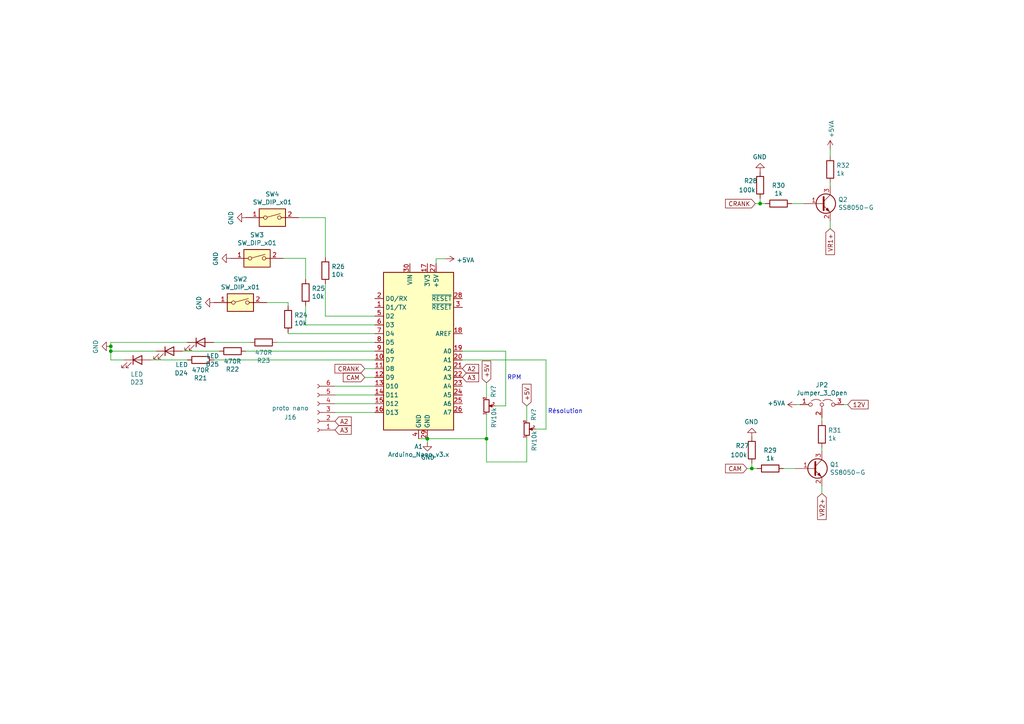
<source format=kicad_sch>
(kicad_sch
	(version 20231120)
	(generator "eeschema")
	(generator_version "8.0")
	(uuid "4e29abde-ca4e-4e1d-8c53-e7fb907f9142")
	(paper "A4")
	(lib_symbols
		(symbol "Device:LED"
			(pin_numbers hide)
			(pin_names
				(offset 1.016) hide)
			(exclude_from_sim no)
			(in_bom yes)
			(on_board yes)
			(property "Reference" "D"
				(at 0 2.54 0)
				(effects
					(font
						(size 1.27 1.27)
					)
				)
			)
			(property "Value" "LED"
				(at 0 -2.54 0)
				(effects
					(font
						(size 1.27 1.27)
					)
				)
			)
			(property "Footprint" ""
				(at 0 0 0)
				(effects
					(font
						(size 1.27 1.27)
					)
					(hide yes)
				)
			)
			(property "Datasheet" "~"
				(at 0 0 0)
				(effects
					(font
						(size 1.27 1.27)
					)
					(hide yes)
				)
			)
			(property "Description" "Light emitting diode"
				(at 0 0 0)
				(effects
					(font
						(size 1.27 1.27)
					)
					(hide yes)
				)
			)
			(property "ki_keywords" "LED diode"
				(at 0 0 0)
				(effects
					(font
						(size 1.27 1.27)
					)
					(hide yes)
				)
			)
			(property "ki_fp_filters" "LED* LED_SMD:* LED_THT:*"
				(at 0 0 0)
				(effects
					(font
						(size 1.27 1.27)
					)
					(hide yes)
				)
			)
			(symbol "LED_0_1"
				(polyline
					(pts
						(xy -1.27 -1.27) (xy -1.27 1.27)
					)
					(stroke
						(width 0.254)
						(type default)
					)
					(fill
						(type none)
					)
				)
				(polyline
					(pts
						(xy -1.27 0) (xy 1.27 0)
					)
					(stroke
						(width 0)
						(type default)
					)
					(fill
						(type none)
					)
				)
				(polyline
					(pts
						(xy 1.27 -1.27) (xy 1.27 1.27) (xy -1.27 0) (xy 1.27 -1.27)
					)
					(stroke
						(width 0.254)
						(type default)
					)
					(fill
						(type none)
					)
				)
				(polyline
					(pts
						(xy -3.048 -0.762) (xy -4.572 -2.286) (xy -3.81 -2.286) (xy -4.572 -2.286) (xy -4.572 -1.524)
					)
					(stroke
						(width 0)
						(type default)
					)
					(fill
						(type none)
					)
				)
				(polyline
					(pts
						(xy -1.778 -0.762) (xy -3.302 -2.286) (xy -2.54 -2.286) (xy -3.302 -2.286) (xy -3.302 -1.524)
					)
					(stroke
						(width 0)
						(type default)
					)
					(fill
						(type none)
					)
				)
			)
			(symbol "LED_1_1"
				(pin passive line
					(at -3.81 0 0)
					(length 2.54)
					(name "K"
						(effects
							(font
								(size 1.27 1.27)
							)
						)
					)
					(number "1"
						(effects
							(font
								(size 1.27 1.27)
							)
						)
					)
				)
				(pin passive line
					(at 3.81 0 180)
					(length 2.54)
					(name "A"
						(effects
							(font
								(size 1.27 1.27)
							)
						)
					)
					(number "2"
						(effects
							(font
								(size 1.27 1.27)
							)
						)
					)
				)
			)
		)
		(symbol "Device:R"
			(pin_numbers hide)
			(pin_names
				(offset 0)
			)
			(exclude_from_sim no)
			(in_bom yes)
			(on_board yes)
			(property "Reference" "R"
				(at 2.032 0 90)
				(effects
					(font
						(size 1.27 1.27)
					)
				)
			)
			(property "Value" "R"
				(at 0 0 90)
				(effects
					(font
						(size 1.27 1.27)
					)
				)
			)
			(property "Footprint" ""
				(at -1.778 0 90)
				(effects
					(font
						(size 1.27 1.27)
					)
					(hide yes)
				)
			)
			(property "Datasheet" "~"
				(at 0 0 0)
				(effects
					(font
						(size 1.27 1.27)
					)
					(hide yes)
				)
			)
			(property "Description" "Resistor"
				(at 0 0 0)
				(effects
					(font
						(size 1.27 1.27)
					)
					(hide yes)
				)
			)
			(property "ki_keywords" "R res resistor"
				(at 0 0 0)
				(effects
					(font
						(size 1.27 1.27)
					)
					(hide yes)
				)
			)
			(property "ki_fp_filters" "R_*"
				(at 0 0 0)
				(effects
					(font
						(size 1.27 1.27)
					)
					(hide yes)
				)
			)
			(symbol "R_0_1"
				(rectangle
					(start -1.016 -2.54)
					(end 1.016 2.54)
					(stroke
						(width 0.254)
						(type default)
					)
					(fill
						(type none)
					)
				)
			)
			(symbol "R_1_1"
				(pin passive line
					(at 0 3.81 270)
					(length 1.27)
					(name "~"
						(effects
							(font
								(size 1.27 1.27)
							)
						)
					)
					(number "1"
						(effects
							(font
								(size 1.27 1.27)
							)
						)
					)
				)
				(pin passive line
					(at 0 -3.81 90)
					(length 1.27)
					(name "~"
						(effects
							(font
								(size 1.27 1.27)
							)
						)
					)
					(number "2"
						(effects
							(font
								(size 1.27 1.27)
							)
						)
					)
				)
			)
		)
		(symbol "MCU_Module:Arduino_Nano_v3.x"
			(exclude_from_sim no)
			(in_bom yes)
			(on_board yes)
			(property "Reference" "A"
				(at -10.16 23.495 0)
				(effects
					(font
						(size 1.27 1.27)
					)
					(justify left bottom)
				)
			)
			(property "Value" "Arduino_Nano_v3.x"
				(at 5.08 -24.13 0)
				(effects
					(font
						(size 1.27 1.27)
					)
					(justify left top)
				)
			)
			(property "Footprint" "Module:Arduino_Nano"
				(at 0 0 0)
				(effects
					(font
						(size 1.27 1.27)
						(italic yes)
					)
					(hide yes)
				)
			)
			(property "Datasheet" "http://www.mouser.com/pdfdocs/Gravitech_Arduino_Nano3_0.pdf"
				(at 0 0 0)
				(effects
					(font
						(size 1.27 1.27)
					)
					(hide yes)
				)
			)
			(property "Description" "Arduino Nano v3.x"
				(at 0 0 0)
				(effects
					(font
						(size 1.27 1.27)
					)
					(hide yes)
				)
			)
			(property "ki_keywords" "Arduino nano microcontroller module USB"
				(at 0 0 0)
				(effects
					(font
						(size 1.27 1.27)
					)
					(hide yes)
				)
			)
			(property "ki_fp_filters" "Arduino*Nano*"
				(at 0 0 0)
				(effects
					(font
						(size 1.27 1.27)
					)
					(hide yes)
				)
			)
			(symbol "Arduino_Nano_v3.x_0_1"
				(rectangle
					(start -10.16 22.86)
					(end 10.16 -22.86)
					(stroke
						(width 0.254)
						(type default)
					)
					(fill
						(type background)
					)
				)
			)
			(symbol "Arduino_Nano_v3.x_1_1"
				(pin bidirectional line
					(at -12.7 12.7 0)
					(length 2.54)
					(name "D1/TX"
						(effects
							(font
								(size 1.27 1.27)
							)
						)
					)
					(number "1"
						(effects
							(font
								(size 1.27 1.27)
							)
						)
					)
				)
				(pin bidirectional line
					(at -12.7 -2.54 0)
					(length 2.54)
					(name "D7"
						(effects
							(font
								(size 1.27 1.27)
							)
						)
					)
					(number "10"
						(effects
							(font
								(size 1.27 1.27)
							)
						)
					)
				)
				(pin bidirectional line
					(at -12.7 -5.08 0)
					(length 2.54)
					(name "D8"
						(effects
							(font
								(size 1.27 1.27)
							)
						)
					)
					(number "11"
						(effects
							(font
								(size 1.27 1.27)
							)
						)
					)
				)
				(pin bidirectional line
					(at -12.7 -7.62 0)
					(length 2.54)
					(name "D9"
						(effects
							(font
								(size 1.27 1.27)
							)
						)
					)
					(number "12"
						(effects
							(font
								(size 1.27 1.27)
							)
						)
					)
				)
				(pin bidirectional line
					(at -12.7 -10.16 0)
					(length 2.54)
					(name "D10"
						(effects
							(font
								(size 1.27 1.27)
							)
						)
					)
					(number "13"
						(effects
							(font
								(size 1.27 1.27)
							)
						)
					)
				)
				(pin bidirectional line
					(at -12.7 -12.7 0)
					(length 2.54)
					(name "D11"
						(effects
							(font
								(size 1.27 1.27)
							)
						)
					)
					(number "14"
						(effects
							(font
								(size 1.27 1.27)
							)
						)
					)
				)
				(pin bidirectional line
					(at -12.7 -15.24 0)
					(length 2.54)
					(name "D12"
						(effects
							(font
								(size 1.27 1.27)
							)
						)
					)
					(number "15"
						(effects
							(font
								(size 1.27 1.27)
							)
						)
					)
				)
				(pin bidirectional line
					(at -12.7 -17.78 0)
					(length 2.54)
					(name "D13"
						(effects
							(font
								(size 1.27 1.27)
							)
						)
					)
					(number "16"
						(effects
							(font
								(size 1.27 1.27)
							)
						)
					)
				)
				(pin power_out line
					(at 2.54 25.4 270)
					(length 2.54)
					(name "3V3"
						(effects
							(font
								(size 1.27 1.27)
							)
						)
					)
					(number "17"
						(effects
							(font
								(size 1.27 1.27)
							)
						)
					)
				)
				(pin input line
					(at 12.7 5.08 180)
					(length 2.54)
					(name "AREF"
						(effects
							(font
								(size 1.27 1.27)
							)
						)
					)
					(number "18"
						(effects
							(font
								(size 1.27 1.27)
							)
						)
					)
				)
				(pin bidirectional line
					(at 12.7 0 180)
					(length 2.54)
					(name "A0"
						(effects
							(font
								(size 1.27 1.27)
							)
						)
					)
					(number "19"
						(effects
							(font
								(size 1.27 1.27)
							)
						)
					)
				)
				(pin bidirectional line
					(at -12.7 15.24 0)
					(length 2.54)
					(name "D0/RX"
						(effects
							(font
								(size 1.27 1.27)
							)
						)
					)
					(number "2"
						(effects
							(font
								(size 1.27 1.27)
							)
						)
					)
				)
				(pin bidirectional line
					(at 12.7 -2.54 180)
					(length 2.54)
					(name "A1"
						(effects
							(font
								(size 1.27 1.27)
							)
						)
					)
					(number "20"
						(effects
							(font
								(size 1.27 1.27)
							)
						)
					)
				)
				(pin bidirectional line
					(at 12.7 -5.08 180)
					(length 2.54)
					(name "A2"
						(effects
							(font
								(size 1.27 1.27)
							)
						)
					)
					(number "21"
						(effects
							(font
								(size 1.27 1.27)
							)
						)
					)
				)
				(pin bidirectional line
					(at 12.7 -7.62 180)
					(length 2.54)
					(name "A3"
						(effects
							(font
								(size 1.27 1.27)
							)
						)
					)
					(number "22"
						(effects
							(font
								(size 1.27 1.27)
							)
						)
					)
				)
				(pin bidirectional line
					(at 12.7 -10.16 180)
					(length 2.54)
					(name "A4"
						(effects
							(font
								(size 1.27 1.27)
							)
						)
					)
					(number "23"
						(effects
							(font
								(size 1.27 1.27)
							)
						)
					)
				)
				(pin bidirectional line
					(at 12.7 -12.7 180)
					(length 2.54)
					(name "A5"
						(effects
							(font
								(size 1.27 1.27)
							)
						)
					)
					(number "24"
						(effects
							(font
								(size 1.27 1.27)
							)
						)
					)
				)
				(pin bidirectional line
					(at 12.7 -15.24 180)
					(length 2.54)
					(name "A6"
						(effects
							(font
								(size 1.27 1.27)
							)
						)
					)
					(number "25"
						(effects
							(font
								(size 1.27 1.27)
							)
						)
					)
				)
				(pin bidirectional line
					(at 12.7 -17.78 180)
					(length 2.54)
					(name "A7"
						(effects
							(font
								(size 1.27 1.27)
							)
						)
					)
					(number "26"
						(effects
							(font
								(size 1.27 1.27)
							)
						)
					)
				)
				(pin power_out line
					(at 5.08 25.4 270)
					(length 2.54)
					(name "+5V"
						(effects
							(font
								(size 1.27 1.27)
							)
						)
					)
					(number "27"
						(effects
							(font
								(size 1.27 1.27)
							)
						)
					)
				)
				(pin input line
					(at 12.7 15.24 180)
					(length 2.54)
					(name "~{RESET}"
						(effects
							(font
								(size 1.27 1.27)
							)
						)
					)
					(number "28"
						(effects
							(font
								(size 1.27 1.27)
							)
						)
					)
				)
				(pin power_in line
					(at 2.54 -25.4 90)
					(length 2.54)
					(name "GND"
						(effects
							(font
								(size 1.27 1.27)
							)
						)
					)
					(number "29"
						(effects
							(font
								(size 1.27 1.27)
							)
						)
					)
				)
				(pin input line
					(at 12.7 12.7 180)
					(length 2.54)
					(name "~{RESET}"
						(effects
							(font
								(size 1.27 1.27)
							)
						)
					)
					(number "3"
						(effects
							(font
								(size 1.27 1.27)
							)
						)
					)
				)
				(pin power_in line
					(at -2.54 25.4 270)
					(length 2.54)
					(name "VIN"
						(effects
							(font
								(size 1.27 1.27)
							)
						)
					)
					(number "30"
						(effects
							(font
								(size 1.27 1.27)
							)
						)
					)
				)
				(pin power_in line
					(at 0 -25.4 90)
					(length 2.54)
					(name "GND"
						(effects
							(font
								(size 1.27 1.27)
							)
						)
					)
					(number "4"
						(effects
							(font
								(size 1.27 1.27)
							)
						)
					)
				)
				(pin bidirectional line
					(at -12.7 10.16 0)
					(length 2.54)
					(name "D2"
						(effects
							(font
								(size 1.27 1.27)
							)
						)
					)
					(number "5"
						(effects
							(font
								(size 1.27 1.27)
							)
						)
					)
				)
				(pin bidirectional line
					(at -12.7 7.62 0)
					(length 2.54)
					(name "D3"
						(effects
							(font
								(size 1.27 1.27)
							)
						)
					)
					(number "6"
						(effects
							(font
								(size 1.27 1.27)
							)
						)
					)
				)
				(pin bidirectional line
					(at -12.7 5.08 0)
					(length 2.54)
					(name "D4"
						(effects
							(font
								(size 1.27 1.27)
							)
						)
					)
					(number "7"
						(effects
							(font
								(size 1.27 1.27)
							)
						)
					)
				)
				(pin bidirectional line
					(at -12.7 2.54 0)
					(length 2.54)
					(name "D5"
						(effects
							(font
								(size 1.27 1.27)
							)
						)
					)
					(number "8"
						(effects
							(font
								(size 1.27 1.27)
							)
						)
					)
				)
				(pin bidirectional line
					(at -12.7 0 0)
					(length 2.54)
					(name "D6"
						(effects
							(font
								(size 1.27 1.27)
							)
						)
					)
					(number "9"
						(effects
							(font
								(size 1.27 1.27)
							)
						)
					)
				)
			)
		)
		(symbol "SIMULATEUR 2x6 v2-rescue:+5VA-power"
			(power)
			(pin_names
				(offset 0)
			)
			(exclude_from_sim no)
			(in_bom yes)
			(on_board yes)
			(property "Reference" "#PWR"
				(at 0 -3.81 0)
				(effects
					(font
						(size 1.27 1.27)
					)
					(hide yes)
				)
			)
			(property "Value" "power_+5VA"
				(at 0 3.556 0)
				(effects
					(font
						(size 1.27 1.27)
					)
				)
			)
			(property "Footprint" ""
				(at 0 0 0)
				(effects
					(font
						(size 1.27 1.27)
					)
					(hide yes)
				)
			)
			(property "Datasheet" ""
				(at 0 0 0)
				(effects
					(font
						(size 1.27 1.27)
					)
					(hide yes)
				)
			)
			(property "Description" ""
				(at 0 0 0)
				(effects
					(font
						(size 1.27 1.27)
					)
					(hide yes)
				)
			)
			(symbol "+5VA-power_0_1"
				(polyline
					(pts
						(xy -0.762 1.27) (xy 0 2.54)
					)
					(stroke
						(width 0)
						(type solid)
					)
					(fill
						(type none)
					)
				)
				(polyline
					(pts
						(xy 0 0) (xy 0 2.54)
					)
					(stroke
						(width 0)
						(type solid)
					)
					(fill
						(type none)
					)
				)
				(polyline
					(pts
						(xy 0 2.54) (xy 0.762 1.27)
					)
					(stroke
						(width 0)
						(type solid)
					)
					(fill
						(type none)
					)
				)
			)
			(symbol "+5VA-power_1_1"
				(pin power_in line
					(at 0 0 90)
					(length 0) hide
					(name "+5VA"
						(effects
							(font
								(size 1.27 1.27)
							)
						)
					)
					(number "1"
						(effects
							(font
								(size 1.27 1.27)
							)
						)
					)
				)
			)
		)
		(symbol "SIMULATEUR 2x6 v2-rescue:Conn_01x06_Female-Connector"
			(pin_names
				(offset 1.016) hide)
			(exclude_from_sim no)
			(in_bom yes)
			(on_board yes)
			(property "Reference" "J"
				(at 0 7.62 0)
				(effects
					(font
						(size 1.27 1.27)
					)
				)
			)
			(property "Value" "Connector_Conn_01x06_Female"
				(at 0 -10.16 0)
				(effects
					(font
						(size 1.27 1.27)
					)
				)
			)
			(property "Footprint" ""
				(at 0 0 0)
				(effects
					(font
						(size 1.27 1.27)
					)
					(hide yes)
				)
			)
			(property "Datasheet" ""
				(at 0 0 0)
				(effects
					(font
						(size 1.27 1.27)
					)
					(hide yes)
				)
			)
			(property "Description" ""
				(at 0 0 0)
				(effects
					(font
						(size 1.27 1.27)
					)
					(hide yes)
				)
			)
			(property "ki_fp_filters" "Connector*:*_1x??_*"
				(at 0 0 0)
				(effects
					(font
						(size 1.27 1.27)
					)
					(hide yes)
				)
			)
			(symbol "Conn_01x06_Female-Connector_1_1"
				(arc
					(start 0 -7.112)
					(mid -0.508 -7.62)
					(end 0 -8.128)
					(stroke
						(width 0.1524)
						(type solid)
					)
					(fill
						(type none)
					)
				)
				(arc
					(start 0 -4.572)
					(mid -0.508 -5.08)
					(end 0 -5.588)
					(stroke
						(width 0.1524)
						(type solid)
					)
					(fill
						(type none)
					)
				)
				(arc
					(start 0 -2.032)
					(mid -0.508 -2.54)
					(end 0 -3.048)
					(stroke
						(width 0.1524)
						(type solid)
					)
					(fill
						(type none)
					)
				)
				(polyline
					(pts
						(xy -1.27 -7.62) (xy -0.508 -7.62)
					)
					(stroke
						(width 0.1524)
						(type solid)
					)
					(fill
						(type none)
					)
				)
				(polyline
					(pts
						(xy -1.27 -5.08) (xy -0.508 -5.08)
					)
					(stroke
						(width 0.1524)
						(type solid)
					)
					(fill
						(type none)
					)
				)
				(polyline
					(pts
						(xy -1.27 -2.54) (xy -0.508 -2.54)
					)
					(stroke
						(width 0.1524)
						(type solid)
					)
					(fill
						(type none)
					)
				)
				(polyline
					(pts
						(xy -1.27 0) (xy -0.508 0)
					)
					(stroke
						(width 0.1524)
						(type solid)
					)
					(fill
						(type none)
					)
				)
				(polyline
					(pts
						(xy -1.27 2.54) (xy -0.508 2.54)
					)
					(stroke
						(width 0.1524)
						(type solid)
					)
					(fill
						(type none)
					)
				)
				(polyline
					(pts
						(xy -1.27 5.08) (xy -0.508 5.08)
					)
					(stroke
						(width 0.1524)
						(type solid)
					)
					(fill
						(type none)
					)
				)
				(arc
					(start 0 0.508)
					(mid -0.508 0)
					(end 0 -0.508)
					(stroke
						(width 0.1524)
						(type solid)
					)
					(fill
						(type none)
					)
				)
				(arc
					(start 0 3.048)
					(mid -0.508 2.54)
					(end 0 2.032)
					(stroke
						(width 0.1524)
						(type solid)
					)
					(fill
						(type none)
					)
				)
				(arc
					(start 0 5.588)
					(mid -0.508 5.08)
					(end 0 4.572)
					(stroke
						(width 0.1524)
						(type solid)
					)
					(fill
						(type none)
					)
				)
				(pin passive line
					(at -5.08 5.08 0)
					(length 3.81)
					(name "Pin_1"
						(effects
							(font
								(size 1.27 1.27)
							)
						)
					)
					(number "1"
						(effects
							(font
								(size 1.27 1.27)
							)
						)
					)
				)
				(pin passive line
					(at -5.08 2.54 0)
					(length 3.81)
					(name "Pin_2"
						(effects
							(font
								(size 1.27 1.27)
							)
						)
					)
					(number "2"
						(effects
							(font
								(size 1.27 1.27)
							)
						)
					)
				)
				(pin passive line
					(at -5.08 0 0)
					(length 3.81)
					(name "Pin_3"
						(effects
							(font
								(size 1.27 1.27)
							)
						)
					)
					(number "3"
						(effects
							(font
								(size 1.27 1.27)
							)
						)
					)
				)
				(pin passive line
					(at -5.08 -2.54 0)
					(length 3.81)
					(name "Pin_4"
						(effects
							(font
								(size 1.27 1.27)
							)
						)
					)
					(number "4"
						(effects
							(font
								(size 1.27 1.27)
							)
						)
					)
				)
				(pin passive line
					(at -5.08 -5.08 0)
					(length 3.81)
					(name "Pin_5"
						(effects
							(font
								(size 1.27 1.27)
							)
						)
					)
					(number "5"
						(effects
							(font
								(size 1.27 1.27)
							)
						)
					)
				)
				(pin passive line
					(at -5.08 -7.62 0)
					(length 3.81)
					(name "Pin_6"
						(effects
							(font
								(size 1.27 1.27)
							)
						)
					)
					(number "6"
						(effects
							(font
								(size 1.27 1.27)
							)
						)
					)
				)
			)
		)
		(symbol "SIMULATEUR 2x6 v2-rescue:GND-power"
			(power)
			(pin_names
				(offset 0)
			)
			(exclude_from_sim no)
			(in_bom yes)
			(on_board yes)
			(property "Reference" "#PWR"
				(at 0 -6.35 0)
				(effects
					(font
						(size 1.27 1.27)
					)
					(hide yes)
				)
			)
			(property "Value" "power_GND"
				(at 0 -3.81 0)
				(effects
					(font
						(size 1.27 1.27)
					)
				)
			)
			(property "Footprint" ""
				(at 0 0 0)
				(effects
					(font
						(size 1.27 1.27)
					)
					(hide yes)
				)
			)
			(property "Datasheet" ""
				(at 0 0 0)
				(effects
					(font
						(size 1.27 1.27)
					)
					(hide yes)
				)
			)
			(property "Description" ""
				(at 0 0 0)
				(effects
					(font
						(size 1.27 1.27)
					)
					(hide yes)
				)
			)
			(symbol "GND-power_0_1"
				(polyline
					(pts
						(xy 0 0) (xy 0 -1.27) (xy 1.27 -1.27) (xy 0 -2.54) (xy -1.27 -1.27) (xy 0 -1.27)
					)
					(stroke
						(width 0)
						(type solid)
					)
					(fill
						(type none)
					)
				)
			)
			(symbol "GND-power_1_1"
				(pin power_in line
					(at 0 0 270)
					(length 0) hide
					(name "GND"
						(effects
							(font
								(size 1.27 1.27)
							)
						)
					)
					(number "1"
						(effects
							(font
								(size 1.27 1.27)
							)
						)
					)
				)
			)
		)
		(symbol "SIMULATEUR 2x6 v2-rescue:Jumper_3_Open-Jumper"
			(pin_names
				(offset 0) hide)
			(exclude_from_sim no)
			(in_bom yes)
			(on_board yes)
			(property "Reference" "JP"
				(at -2.54 -2.54 0)
				(effects
					(font
						(size 1.27 1.27)
					)
				)
			)
			(property "Value" "Jumper_Jumper_3_Open"
				(at 0 2.794 0)
				(effects
					(font
						(size 1.27 1.27)
					)
				)
			)
			(property "Footprint" ""
				(at 0 0 0)
				(effects
					(font
						(size 1.27 1.27)
					)
					(hide yes)
				)
			)
			(property "Datasheet" ""
				(at 0 0 0)
				(effects
					(font
						(size 1.27 1.27)
					)
					(hide yes)
				)
			)
			(property "Description" ""
				(at 0 0 0)
				(effects
					(font
						(size 1.27 1.27)
					)
					(hide yes)
				)
			)
			(property "ki_fp_filters" "Jumper* TestPoint*3Pads* TestPoint*Bridge*"
				(at 0 0 0)
				(effects
					(font
						(size 1.27 1.27)
					)
					(hide yes)
				)
			)
			(symbol "Jumper_3_Open-Jumper_0_0"
				(circle
					(center -3.302 0)
					(radius 0.508)
					(stroke
						(width 0)
						(type solid)
					)
					(fill
						(type none)
					)
				)
				(circle
					(center 0 0)
					(radius 0.508)
					(stroke
						(width 0)
						(type solid)
					)
					(fill
						(type none)
					)
				)
				(circle
					(center 3.302 0)
					(radius 0.508)
					(stroke
						(width 0)
						(type solid)
					)
					(fill
						(type none)
					)
				)
			)
			(symbol "Jumper_3_Open-Jumper_0_1"
				(arc
					(start -0.254 1.016)
					(mid -1.651 1.4992)
					(end -3.048 1.016)
					(stroke
						(width 0)
						(type solid)
					)
					(fill
						(type none)
					)
				)
				(polyline
					(pts
						(xy 0 -0.508) (xy 0 -1.27)
					)
					(stroke
						(width 0)
						(type solid)
					)
					(fill
						(type none)
					)
				)
				(arc
					(start 3.048 1.016)
					(mid 1.651 1.4992)
					(end 0.254 1.016)
					(stroke
						(width 0)
						(type solid)
					)
					(fill
						(type none)
					)
				)
			)
			(symbol "Jumper_3_Open-Jumper_1_1"
				(pin passive line
					(at -6.35 0 0)
					(length 2.54)
					(name "A"
						(effects
							(font
								(size 1.27 1.27)
							)
						)
					)
					(number "1"
						(effects
							(font
								(size 1.27 1.27)
							)
						)
					)
				)
				(pin input line
					(at 0 -3.81 90)
					(length 2.54)
					(name "C"
						(effects
							(font
								(size 1.27 1.27)
							)
						)
					)
					(number "2"
						(effects
							(font
								(size 1.27 1.27)
							)
						)
					)
				)
				(pin passive line
					(at 6.35 0 180)
					(length 2.54)
					(name "B"
						(effects
							(font
								(size 1.27 1.27)
							)
						)
					)
					(number "3"
						(effects
							(font
								(size 1.27 1.27)
							)
						)
					)
				)
			)
		)
		(symbol "SIMULATEUR 2x6 v2-rescue:R_POT_Small-Device"
			(pin_names
				(offset 1.016) hide)
			(exclude_from_sim no)
			(in_bom yes)
			(on_board yes)
			(property "Reference" "RV"
				(at -4.445 0 90)
				(effects
					(font
						(size 1.27 1.27)
					)
				)
			)
			(property "Value" "Device_R_POT_Small"
				(at -2.54 0 90)
				(effects
					(font
						(size 1.27 1.27)
					)
				)
			)
			(property "Footprint" ""
				(at 0 0 0)
				(effects
					(font
						(size 1.27 1.27)
					)
					(hide yes)
				)
			)
			(property "Datasheet" ""
				(at 0 0 0)
				(effects
					(font
						(size 1.27 1.27)
					)
					(hide yes)
				)
			)
			(property "Description" ""
				(at 0 0 0)
				(effects
					(font
						(size 1.27 1.27)
					)
					(hide yes)
				)
			)
			(property "ki_fp_filters" "Potentiometer*"
				(at 0 0 0)
				(effects
					(font
						(size 1.27 1.27)
					)
					(hide yes)
				)
			)
			(symbol "R_POT_Small-Device_0_1"
				(polyline
					(pts
						(xy 0.889 0) (xy 0.635 0) (xy 1.651 0.381) (xy 1.651 -0.381) (xy 0.635 0) (xy 0.889 0)
					)
					(stroke
						(width 0)
						(type solid)
					)
					(fill
						(type outline)
					)
				)
				(rectangle
					(start 0.762 1.8034)
					(end -0.762 -1.8034)
					(stroke
						(width 0.254)
						(type solid)
					)
					(fill
						(type none)
					)
				)
			)
			(symbol "R_POT_Small-Device_1_1"
				(pin passive line
					(at 0 2.54 270)
					(length 0.635)
					(name "1"
						(effects
							(font
								(size 0.635 0.635)
							)
						)
					)
					(number "1"
						(effects
							(font
								(size 0.635 0.635)
							)
						)
					)
				)
				(pin passive line
					(at 2.54 0 180)
					(length 0.9906)
					(name "2"
						(effects
							(font
								(size 0.635 0.635)
							)
						)
					)
					(number "2"
						(effects
							(font
								(size 0.635 0.635)
							)
						)
					)
				)
				(pin passive line
					(at 0 -2.54 90)
					(length 0.635)
					(name "3"
						(effects
							(font
								(size 0.635 0.635)
							)
						)
					)
					(number "3"
						(effects
							(font
								(size 0.635 0.635)
							)
						)
					)
				)
			)
		)
		(symbol "Switch:SW_DIP_x01"
			(pin_names
				(offset 0) hide)
			(exclude_from_sim no)
			(in_bom yes)
			(on_board yes)
			(property "Reference" "SW"
				(at 0 3.81 0)
				(effects
					(font
						(size 1.27 1.27)
					)
				)
			)
			(property "Value" "SW_DIP_x01"
				(at 0 -3.81 0)
				(effects
					(font
						(size 1.27 1.27)
					)
				)
			)
			(property "Footprint" ""
				(at 0 0 0)
				(effects
					(font
						(size 1.27 1.27)
					)
					(hide yes)
				)
			)
			(property "Datasheet" "~"
				(at 0 0 0)
				(effects
					(font
						(size 1.27 1.27)
					)
					(hide yes)
				)
			)
			(property "Description" "1x DIP Switch, Single Pole Single Throw (SPST) switch, small symbol"
				(at 0 0 0)
				(effects
					(font
						(size 1.27 1.27)
					)
					(hide yes)
				)
			)
			(property "ki_keywords" "dip switch"
				(at 0 0 0)
				(effects
					(font
						(size 1.27 1.27)
					)
					(hide yes)
				)
			)
			(property "ki_fp_filters" "SW?DIP?x1*"
				(at 0 0 0)
				(effects
					(font
						(size 1.27 1.27)
					)
					(hide yes)
				)
			)
			(symbol "SW_DIP_x01_0_0"
				(circle
					(center -2.032 0)
					(radius 0.508)
					(stroke
						(width 0)
						(type default)
					)
					(fill
						(type none)
					)
				)
				(polyline
					(pts
						(xy -1.524 0.127) (xy 2.3622 1.1684)
					)
					(stroke
						(width 0)
						(type default)
					)
					(fill
						(type none)
					)
				)
				(circle
					(center 2.032 0)
					(radius 0.508)
					(stroke
						(width 0)
						(type default)
					)
					(fill
						(type none)
					)
				)
			)
			(symbol "SW_DIP_x01_0_1"
				(rectangle
					(start -3.81 2.54)
					(end 3.81 -2.54)
					(stroke
						(width 0.254)
						(type default)
					)
					(fill
						(type background)
					)
				)
			)
			(symbol "SW_DIP_x01_1_1"
				(pin passive line
					(at -7.62 0 0)
					(length 5.08)
					(name "~"
						(effects
							(font
								(size 1.27 1.27)
							)
						)
					)
					(number "1"
						(effects
							(font
								(size 1.27 1.27)
							)
						)
					)
				)
				(pin passive line
					(at 7.62 0 180)
					(length 5.08)
					(name "~"
						(effects
							(font
								(size 1.27 1.27)
							)
						)
					)
					(number "2"
						(effects
							(font
								(size 1.27 1.27)
							)
						)
					)
				)
			)
		)
		(symbol "Transistor_BJT:BC817"
			(pin_names
				(offset 0) hide)
			(exclude_from_sim no)
			(in_bom yes)
			(on_board yes)
			(property "Reference" "Q"
				(at 5.08 1.905 0)
				(effects
					(font
						(size 1.27 1.27)
					)
					(justify left)
				)
			)
			(property "Value" "BC817"
				(at 5.08 0 0)
				(effects
					(font
						(size 1.27 1.27)
					)
					(justify left)
				)
			)
			(property "Footprint" "Package_TO_SOT_SMD:SOT-23"
				(at 5.08 -1.905 0)
				(effects
					(font
						(size 1.27 1.27)
						(italic yes)
					)
					(justify left)
					(hide yes)
				)
			)
			(property "Datasheet" "https://www.onsemi.com/pub/Collateral/BC818-D.pdf"
				(at 0 0 0)
				(effects
					(font
						(size 1.27 1.27)
					)
					(justify left)
					(hide yes)
				)
			)
			(property "Description" "0.8A Ic, 45V Vce, NPN Transistor, SOT-23"
				(at 0 0 0)
				(effects
					(font
						(size 1.27 1.27)
					)
					(hide yes)
				)
			)
			(property "ki_keywords" "NPN Transistor"
				(at 0 0 0)
				(effects
					(font
						(size 1.27 1.27)
					)
					(hide yes)
				)
			)
			(property "ki_fp_filters" "SOT?23*"
				(at 0 0 0)
				(effects
					(font
						(size 1.27 1.27)
					)
					(hide yes)
				)
			)
			(symbol "BC817_0_1"
				(polyline
					(pts
						(xy 0.635 0.635) (xy 2.54 2.54)
					)
					(stroke
						(width 0)
						(type default)
					)
					(fill
						(type none)
					)
				)
				(polyline
					(pts
						(xy 0.635 -0.635) (xy 2.54 -2.54) (xy 2.54 -2.54)
					)
					(stroke
						(width 0)
						(type default)
					)
					(fill
						(type none)
					)
				)
				(polyline
					(pts
						(xy 0.635 1.905) (xy 0.635 -1.905) (xy 0.635 -1.905)
					)
					(stroke
						(width 0.508)
						(type default)
					)
					(fill
						(type none)
					)
				)
				(polyline
					(pts
						(xy 1.27 -1.778) (xy 1.778 -1.27) (xy 2.286 -2.286) (xy 1.27 -1.778) (xy 1.27 -1.778)
					)
					(stroke
						(width 0)
						(type default)
					)
					(fill
						(type outline)
					)
				)
				(circle
					(center 1.27 0)
					(radius 2.8194)
					(stroke
						(width 0.254)
						(type default)
					)
					(fill
						(type none)
					)
				)
			)
			(symbol "BC817_1_1"
				(pin input line
					(at -5.08 0 0)
					(length 5.715)
					(name "B"
						(effects
							(font
								(size 1.27 1.27)
							)
						)
					)
					(number "1"
						(effects
							(font
								(size 1.27 1.27)
							)
						)
					)
				)
				(pin passive line
					(at 2.54 -5.08 90)
					(length 2.54)
					(name "E"
						(effects
							(font
								(size 1.27 1.27)
							)
						)
					)
					(number "2"
						(effects
							(font
								(size 1.27 1.27)
							)
						)
					)
				)
				(pin passive line
					(at 2.54 5.08 270)
					(length 2.54)
					(name "C"
						(effects
							(font
								(size 1.27 1.27)
							)
						)
					)
					(number "3"
						(effects
							(font
								(size 1.27 1.27)
							)
						)
					)
				)
			)
		)
	)
	(junction
		(at 141.097 127.254)
		(diameter 0)
		(color 0 0 0 0)
		(uuid "5243a512-be66-42a6-ad54-3d3caa8a14b6")
	)
	(junction
		(at 123.952 127.254)
		(diameter 0)
		(color 0 0 0 0)
		(uuid "ba892ef6-e88a-4103-abd2-38c293cd6aee")
	)
	(junction
		(at 32.131 101.854)
		(diameter 0)
		(color 0 0 0 0)
		(uuid "bad01811-bb1e-4984-9929-db5063abd967")
	)
	(junction
		(at 218.059 135.89)
		(diameter 0)
		(color 0 0 0 0)
		(uuid "cfe3c18a-ec88-4f7c-97f3-9c8a8a448d98")
	)
	(junction
		(at 32.131 100.457)
		(diameter 0)
		(color 0 0 0 0)
		(uuid "d97810ec-24a2-4857-8a9d-c07294ca409f")
	)
	(junction
		(at 220.472 59.055)
		(diameter 0)
		(color 0 0 0 0)
		(uuid "f2ceed02-ed45-4fc6-836a-b8987c509708")
	)
	(wire
		(pts
			(xy 152.781 117.729) (xy 152.781 121.92)
		)
		(stroke
			(width 0)
			(type default)
		)
		(uuid "02f36839-b789-4700-9416-93bf808cfef9")
	)
	(wire
		(pts
			(xy 45.339 101.854) (xy 32.131 101.854)
		)
		(stroke
			(width 0)
			(type default)
		)
		(uuid "085cecc1-f670-4762-b114-14b69e417889")
	)
	(wire
		(pts
			(xy 245.872 117.348) (xy 244.729 117.348)
		)
		(stroke
			(width 0)
			(type default)
		)
		(uuid "0b060319-5562-4cbd-9619-42db7815e80a")
	)
	(wire
		(pts
			(xy 141.097 120.269) (xy 141.097 127.254)
		)
		(stroke
			(width 0)
			(type default)
		)
		(uuid "14434a93-13a8-487f-ad04-7374b96bbc6f")
	)
	(wire
		(pts
			(xy 123.952 127.254) (xy 141.097 127.254)
		)
		(stroke
			(width 0)
			(type default)
		)
		(uuid "153d192a-3e62-4872-ac1e-50ce898f1208")
	)
	(wire
		(pts
			(xy 158.369 104.394) (xy 158.369 124.46)
		)
		(stroke
			(width 0)
			(type default)
		)
		(uuid "186c3453-d700-4432-9df0-a33beebe37ef")
	)
	(wire
		(pts
			(xy 32.131 104.394) (xy 36.068 104.394)
		)
		(stroke
			(width 0)
			(type default)
		)
		(uuid "1b653a6e-6a06-4eec-9c81-38e42272c13c")
	)
	(wire
		(pts
			(xy 229.616 59.055) (xy 233.172 59.055)
		)
		(stroke
			(width 0)
			(type default)
		)
		(uuid "1bdd552c-f221-4f3e-bd0e-cd73cb2d058a")
	)
	(wire
		(pts
			(xy 71.247 101.854) (xy 108.712 101.854)
		)
		(stroke
			(width 0)
			(type default)
		)
		(uuid "1d5a65e5-b8e5-467f-9369-3e9266d4b066")
	)
	(wire
		(pts
			(xy 152.781 127) (xy 152.781 133.985)
		)
		(stroke
			(width 0)
			(type default)
		)
		(uuid "1eb620ac-fbca-4093-be3a-5315252b5065")
	)
	(wire
		(pts
			(xy 126.492 76.454) (xy 126.492 75.057)
		)
		(stroke
			(width 0)
			(type default)
		)
		(uuid "32353b08-cf57-40d2-9bdd-26ecdccc2f8b")
	)
	(wire
		(pts
			(xy 108.712 104.394) (xy 61.976 104.394)
		)
		(stroke
			(width 0)
			(type default)
		)
		(uuid "3747b242-11e7-4e45-89c8-31601dae4d46")
	)
	(wire
		(pts
			(xy 221.996 59.055) (xy 220.472 59.055)
		)
		(stroke
			(width 0)
			(type default)
		)
		(uuid "38515581-66ab-4ce2-9c28-b5dc76c093aa")
	)
	(wire
		(pts
			(xy 218.059 134.366) (xy 218.059 135.89)
		)
		(stroke
			(width 0)
			(type default)
		)
		(uuid "3f5781cb-a7b4-4ab4-a08a-426cb3d950df")
	)
	(wire
		(pts
			(xy 88.646 88.646) (xy 88.646 94.234)
		)
		(stroke
			(width 0)
			(type default)
		)
		(uuid "3f937684-a028-43a7-baa9-71baf92efa48")
	)
	(wire
		(pts
			(xy 126.492 75.057) (xy 129.159 75.057)
		)
		(stroke
			(width 0)
			(type default)
		)
		(uuid "47a759a1-82dc-4a1f-8eb2-a26eddd8923f")
	)
	(wire
		(pts
			(xy 219.583 135.89) (xy 218.059 135.89)
		)
		(stroke
			(width 0)
			(type default)
		)
		(uuid "4b7446ef-5709-4cea-b6bc-1a9c0634b7a9")
	)
	(wire
		(pts
			(xy 32.131 99.314) (xy 32.131 100.457)
		)
		(stroke
			(width 0)
			(type default)
		)
		(uuid "51e50441-1e0a-45a7-95b0-64875c1a4577")
	)
	(wire
		(pts
			(xy 108.712 109.474) (xy 105.791 109.474)
		)
		(stroke
			(width 0)
			(type default)
		)
		(uuid "5590e2fb-b1d4-4241-86d4-10a1bfb350d1")
	)
	(wire
		(pts
			(xy 231.013 117.348) (xy 232.029 117.348)
		)
		(stroke
			(width 0)
			(type default)
		)
		(uuid "565d28c2-03d9-496a-8186-9cde6a9146b2")
	)
	(wire
		(pts
			(xy 158.369 104.394) (xy 134.112 104.394)
		)
		(stroke
			(width 0)
			(type default)
		)
		(uuid "5664ce87-3bc3-41d6-b07b-af79df574432")
	)
	(wire
		(pts
			(xy 143.637 117.729) (xy 146.685 117.729)
		)
		(stroke
			(width 0)
			(type default)
		)
		(uuid "5671a1bf-7bd9-4e4b-b049-b50c7de1f498")
	)
	(wire
		(pts
			(xy 220.472 57.531) (xy 220.472 59.055)
		)
		(stroke
			(width 0)
			(type default)
		)
		(uuid "56bbde04-eec7-4435-bf1e-20694b7e3ed4")
	)
	(wire
		(pts
			(xy 94.361 91.694) (xy 108.712 91.694)
		)
		(stroke
			(width 0)
			(type default)
		)
		(uuid "57a5896e-cd94-447d-838b-d881055956be")
	)
	(wire
		(pts
			(xy 82.169 74.93) (xy 88.646 74.93)
		)
		(stroke
			(width 0)
			(type default)
		)
		(uuid "5976e99a-593a-42d9-a020-d52effa6cd25")
	)
	(wire
		(pts
			(xy 108.712 106.934) (xy 105.791 106.934)
		)
		(stroke
			(width 0)
			(type default)
		)
		(uuid "5f45c47d-ffd7-4046-9375-85426820bbf6")
	)
	(wire
		(pts
			(xy 97.155 114.554) (xy 108.712 114.554)
		)
		(stroke
			(width 0)
			(type default)
		)
		(uuid "61092d5a-5b5c-429b-9d95-48af1b85b15b")
	)
	(wire
		(pts
			(xy 238.379 129.794) (xy 238.379 130.81)
		)
		(stroke
			(width 0)
			(type default)
		)
		(uuid "6b3cadde-f4c8-43c9-8936-e65137686b61")
	)
	(wire
		(pts
			(xy 72.644 99.314) (xy 61.976 99.314)
		)
		(stroke
			(width 0)
			(type default)
		)
		(uuid "6de697a7-83ff-43d9-a196-e366496c84e0")
	)
	(wire
		(pts
			(xy 227.203 135.89) (xy 230.759 135.89)
		)
		(stroke
			(width 0)
			(type default)
		)
		(uuid "71aeafe2-ecf5-4b19-9927-7e05a7f66f4c")
	)
	(wire
		(pts
			(xy 238.379 122.174) (xy 238.379 121.158)
		)
		(stroke
			(width 0)
			(type default)
		)
		(uuid "74e79328-b789-4d79-bb80-1f0cfe1cbed6")
	)
	(wire
		(pts
			(xy 155.321 124.46) (xy 158.369 124.46)
		)
		(stroke
			(width 0)
			(type default)
		)
		(uuid "763143f8-94fb-451a-953d-cce117dd9456")
	)
	(wire
		(pts
			(xy 141.097 110.998) (xy 141.097 115.189)
		)
		(stroke
			(width 0)
			(type default)
		)
		(uuid "771c8c3f-a068-4d57-bd92-f5883a816890")
	)
	(wire
		(pts
			(xy 240.792 52.959) (xy 240.792 53.975)
		)
		(stroke
			(width 0)
			(type default)
		)
		(uuid "78f04816-45ab-4876-9f1b-f3569fa8cbad")
	)
	(wire
		(pts
			(xy 80.264 99.314) (xy 108.712 99.314)
		)
		(stroke
			(width 0)
			(type default)
		)
		(uuid "812b40fb-8301-4a74-b8ce-54b5ce250748")
	)
	(wire
		(pts
			(xy 97.155 119.634) (xy 108.712 119.634)
		)
		(stroke
			(width 0)
			(type default)
		)
		(uuid "828fd320-f3d9-4aff-b2d2-92bc2800b875")
	)
	(wire
		(pts
			(xy 97.155 117.094) (xy 108.712 117.094)
		)
		(stroke
			(width 0)
			(type default)
		)
		(uuid "887f6632-8622-45e0-b5ce-e4bb0edfc818")
	)
	(wire
		(pts
			(xy 54.356 99.314) (xy 32.131 99.314)
		)
		(stroke
			(width 0)
			(type default)
		)
		(uuid "89ea181a-a9fe-477d-b3c5-92d1f8d53687")
	)
	(wire
		(pts
			(xy 218.059 135.89) (xy 216.662 135.89)
		)
		(stroke
			(width 0)
			(type default)
		)
		(uuid "8a5143d2-f032-426d-945e-5d1e94e53e00")
	)
	(wire
		(pts
			(xy 77.343 87.757) (xy 83.566 87.757)
		)
		(stroke
			(width 0)
			(type default)
		)
		(uuid "945c003d-cdc1-4558-81d6-b6cf315c6053")
	)
	(wire
		(pts
			(xy 240.792 43.307) (xy 240.792 45.339)
		)
		(stroke
			(width 0)
			(type default)
		)
		(uuid "95d217a1-8951-4e6d-9a98-528a7471126a")
	)
	(wire
		(pts
			(xy 88.646 94.234) (xy 108.712 94.234)
		)
		(stroke
			(width 0)
			(type default)
		)
		(uuid "9dc7097f-e1c0-4755-a1ff-eaef5d9ede4b")
	)
	(wire
		(pts
			(xy 83.566 87.757) (xy 83.566 88.773)
		)
		(stroke
			(width 0)
			(type default)
		)
		(uuid "a0d79b8a-5a5b-4bdb-8bd0-38f1b3b1c80d")
	)
	(wire
		(pts
			(xy 238.379 140.97) (xy 238.379 143.129)
		)
		(stroke
			(width 0)
			(type default)
		)
		(uuid "a2565596-60bf-412b-9ab9-8f4d52b28689")
	)
	(wire
		(pts
			(xy 63.627 101.854) (xy 52.959 101.854)
		)
		(stroke
			(width 0)
			(type default)
		)
		(uuid "a274c6fe-d297-4483-ac86-c1cf67c9ff05")
	)
	(wire
		(pts
			(xy 54.356 104.394) (xy 43.688 104.394)
		)
		(stroke
			(width 0)
			(type default)
		)
		(uuid "a5123b3e-9f8d-4d26-b50a-a5ba070818de")
	)
	(wire
		(pts
			(xy 32.131 100.457) (xy 32.131 101.854)
		)
		(stroke
			(width 0)
			(type default)
		)
		(uuid "a62267ec-13c5-4648-9a09-e32195c7e02a")
	)
	(wire
		(pts
			(xy 220.472 59.055) (xy 219.075 59.055)
		)
		(stroke
			(width 0)
			(type default)
		)
		(uuid "af8bb589-be54-45b3-98f8-1dd7d24da290")
	)
	(wire
		(pts
			(xy 141.097 133.985) (xy 141.097 127.254)
		)
		(stroke
			(width 0)
			(type default)
		)
		(uuid "b079cbb7-4002-444b-aa8c-467df1578368")
	)
	(wire
		(pts
			(xy 88.646 74.93) (xy 88.646 81.026)
		)
		(stroke
			(width 0)
			(type default)
		)
		(uuid "b4a30e2f-ce02-4283-b9ac-b61b54954683")
	)
	(wire
		(pts
			(xy 83.566 96.774) (xy 108.712 96.774)
		)
		(stroke
			(width 0)
			(type default)
		)
		(uuid "b59e95ce-aa10-474f-9d3a-a507a61428b4")
	)
	(wire
		(pts
			(xy 97.155 112.014) (xy 108.712 112.014)
		)
		(stroke
			(width 0)
			(type default)
		)
		(uuid "b768ccec-b2fb-4dac-856d-f58a5ecd18a7")
	)
	(wire
		(pts
			(xy 94.361 63.119) (xy 94.361 74.676)
		)
		(stroke
			(width 0)
			(type default)
		)
		(uuid "bb605927-5838-432c-a31e-2b08c8b19ee9")
	)
	(wire
		(pts
			(xy 146.685 101.854) (xy 134.112 101.854)
		)
		(stroke
			(width 0)
			(type default)
		)
		(uuid "bcabfb54-e80c-4e7f-b65b-243e88133f56")
	)
	(wire
		(pts
			(xy 152.781 133.985) (xy 141.097 133.985)
		)
		(stroke
			(width 0)
			(type default)
		)
		(uuid "cda4d32b-9fdd-4cfe-b6ff-74808210cb30")
	)
	(wire
		(pts
			(xy 83.566 96.393) (xy 83.566 96.774)
		)
		(stroke
			(width 0)
			(type default)
		)
		(uuid "d889f840-b3fc-4baf-8e1a-29b8d9f46b95")
	)
	(wire
		(pts
			(xy 123.952 128.27) (xy 123.952 127.254)
		)
		(stroke
			(width 0)
			(type default)
		)
		(uuid "e02f6bc2-f8f6-496d-be7c-06bef0d746bd")
	)
	(wire
		(pts
			(xy 32.131 101.854) (xy 32.131 104.394)
		)
		(stroke
			(width 0)
			(type default)
		)
		(uuid "e206c0ba-a757-4f59-ae97-f4536829226f")
	)
	(wire
		(pts
			(xy 86.614 63.119) (xy 94.361 63.119)
		)
		(stroke
			(width 0)
			(type default)
		)
		(uuid "e874b8f7-3bb4-45fa-b0e0-9e743dc2fee7")
	)
	(wire
		(pts
			(xy 123.952 127.254) (xy 121.412 127.254)
		)
		(stroke
			(width 0)
			(type default)
		)
		(uuid "f3be9f33-8b13-43ef-85f1-a17a96d84d8b")
	)
	(wire
		(pts
			(xy 146.685 117.729) (xy 146.685 101.854)
		)
		(stroke
			(width 0)
			(type default)
		)
		(uuid "fdc81ba8-5ca6-411e-83f7-ee9be8789dce")
	)
	(wire
		(pts
			(xy 240.792 64.135) (xy 240.792 66.294)
		)
		(stroke
			(width 0)
			(type default)
		)
		(uuid "fdf6d7e6-5fa9-4780-9cf0-df6682d4d595")
	)
	(wire
		(pts
			(xy 94.361 82.296) (xy 94.361 91.694)
		)
		(stroke
			(width 0)
			(type default)
		)
		(uuid "fe51c2ab-91a3-4f0a-a495-690bf40e85d1")
	)
	(text "Résolution"
		(exclude_from_sim no)
		(at 158.877 120.142 0)
		(effects
			(font
				(size 1.27 1.27)
			)
			(justify left bottom)
		)
		(uuid "453c8d27-81f0-4e45-be73-3df1e1d5acab")
	)
	(text "RPM"
		(exclude_from_sim no)
		(at 147.066 110.363 0)
		(effects
			(font
				(size 1.27 1.27)
			)
			(justify left bottom)
		)
		(uuid "f4ba233e-cb72-4e32-bd30-5d7727821eac")
	)
	(global_label "12V"
		(shape input)
		(at 245.872 117.348 0)
		(effects
			(font
				(size 1.27 1.27)
			)
			(justify left)
		)
		(uuid "26eff57a-19d2-4b4d-8907-e547fbaa4334")
		(property "Intersheetrefs" "${INTERSHEET_REFS}"
			(at 245.872 117.348 0)
			(effects
				(font
					(size 1.27 1.27)
				)
				(hide yes)
			)
		)
	)
	(global_label "CRANK"
		(shape input)
		(at 219.075 59.055 180)
		(effects
			(font
				(size 1.27 1.27)
			)
			(justify right)
		)
		(uuid "335b7283-7864-4892-9dd4-7206cdc0b970")
		(property "Intersheetrefs" "${INTERSHEET_REFS}"
			(at 219.075 59.055 0)
			(effects
				(font
					(size 1.27 1.27)
				)
				(hide yes)
			)
		)
	)
	(global_label "CAM"
		(shape input)
		(at 105.791 109.474 180)
		(effects
			(font
				(size 1.27 1.27)
			)
			(justify right)
		)
		(uuid "3460c975-c102-4325-9091-b6037b2b168b")
		(property "Intersheetrefs" "${INTERSHEET_REFS}"
			(at 105.791 109.474 0)
			(effects
				(font
					(size 1.27 1.27)
				)
				(hide yes)
			)
		)
	)
	(global_label "+5V"
		(shape input)
		(at 141.097 110.998 90)
		(effects
			(font
				(size 1.27 1.27)
			)
			(justify left)
		)
		(uuid "589f909d-9af4-45fb-b848-cfbabdb290c8")
		(property "Intersheetrefs" "${INTERSHEET_REFS}"
			(at 141.097 110.998 0)
			(effects
				(font
					(size 1.27 1.27)
				)
				(hide yes)
			)
		)
	)
	(global_label "VR2+"
		(shape input)
		(at 238.379 143.129 270)
		(effects
			(font
				(size 1.27 1.27)
			)
			(justify right)
		)
		(uuid "72746dfc-3c45-47ed-8984-35b356aae531")
		(property "Intersheetrefs" "${INTERSHEET_REFS}"
			(at 238.379 143.129 0)
			(effects
				(font
					(size 1.27 1.27)
				)
				(hide yes)
			)
		)
	)
	(global_label "VR1+"
		(shape input)
		(at 240.792 66.294 270)
		(effects
			(font
				(size 1.27 1.27)
			)
			(justify right)
		)
		(uuid "72b2fc2d-1006-4c52-a280-abc4eb5bc3ed")
		(property "Intersheetrefs" "${INTERSHEET_REFS}"
			(at 240.792 66.294 0)
			(effects
				(font
					(size 1.27 1.27)
				)
				(hide yes)
			)
		)
	)
	(global_label "CAM"
		(shape input)
		(at 216.662 135.89 180)
		(effects
			(font
				(size 1.27 1.27)
			)
			(justify right)
		)
		(uuid "9b6852d7-74be-4004-ae5e-bbfc2f3f9a80")
		(property "Intersheetrefs" "${INTERSHEET_REFS}"
			(at 216.662 135.89 0)
			(effects
				(font
					(size 1.27 1.27)
				)
				(hide yes)
			)
		)
	)
	(global_label "CRANK"
		(shape input)
		(at 105.791 106.934 180)
		(effects
			(font
				(size 1.27 1.27)
			)
			(justify right)
		)
		(uuid "c12ee5f6-fff8-4ce0-8027-933051144b68")
		(property "Intersheetrefs" "${INTERSHEET_REFS}"
			(at 105.791 106.934 0)
			(effects
				(font
					(size 1.27 1.27)
				)
				(hide yes)
			)
		)
	)
	(global_label "A2"
		(shape input)
		(at 134.112 106.934 0)
		(effects
			(font
				(size 1.27 1.27)
			)
			(justify left)
		)
		(uuid "ce93ef18-bcef-41a2-bac9-0b110f8f92ec")
		(property "Intersheetrefs" "${INTERSHEET_REFS}"
			(at 134.112 106.934 0)
			(effects
				(font
					(size 1.27 1.27)
				)
				(hide yes)
			)
		)
	)
	(global_label "A3"
		(shape input)
		(at 97.155 124.714 0)
		(effects
			(font
				(size 1.27 1.27)
			)
			(justify left)
		)
		(uuid "cf1fefa8-a5e0-41ab-9bb9-fedea1adcf7a")
		(property "Intersheetrefs" "${INTERSHEET_REFS}"
			(at 97.155 124.714 0)
			(effects
				(font
					(size 1.27 1.27)
				)
				(hide yes)
			)
		)
	)
	(global_label "+5V"
		(shape input)
		(at 152.781 117.729 90)
		(effects
			(font
				(size 1.27 1.27)
			)
			(justify left)
		)
		(uuid "e957ef17-5717-4807-8497-a1fe97375065")
		(property "Intersheetrefs" "${INTERSHEET_REFS}"
			(at 152.781 117.729 0)
			(effects
				(font
					(size 1.27 1.27)
				)
				(hide yes)
			)
		)
	)
	(global_label "A3"
		(shape input)
		(at 134.112 109.474 0)
		(effects
			(font
				(size 1.27 1.27)
			)
			(justify left)
		)
		(uuid "fbca8c16-06ef-4429-9fb3-ed041dfcc325")
		(property "Intersheetrefs" "${INTERSHEET_REFS}"
			(at 134.112 109.474 0)
			(effects
				(font
					(size 1.27 1.27)
				)
				(hide yes)
			)
		)
	)
	(global_label "A2"
		(shape input)
		(at 97.155 122.174 0)
		(effects
			(font
				(size 1.27 1.27)
			)
			(justify left)
		)
		(uuid "ff364d4b-b656-48b8-81d7-621b6059b3a6")
		(property "Intersheetrefs" "${INTERSHEET_REFS}"
			(at 97.155 122.174 0)
			(effects
				(font
					(size 1.27 1.27)
				)
				(hide yes)
			)
		)
	)
	(symbol
		(lib_id "MCU_Module:Arduino_Nano_v3.x")
		(at 121.412 101.854 0)
		(unit 1)
		(exclude_from_sim no)
		(in_bom yes)
		(on_board yes)
		(dnp no)
		(uuid "00000000-0000-0000-0000-000063853dd0")
		(property "Reference" "A1"
			(at 121.412 129.5146 0)
			(effects
				(font
					(size 1.27 1.27)
				)
			)
		)
		(property "Value" "Arduino_Nano_v3.x"
			(at 121.412 131.826 0)
			(effects
				(font
					(size 1.27 1.27)
				)
			)
		)
		(property "Footprint" "Module:Arduino_Nano"
			(at 121.412 101.854 0)
			(effects
				(font
					(size 1.27 1.27)
					(italic yes)
				)
				(hide yes)
			)
		)
		(property "Datasheet" ""
			(at 121.412 101.854 0)
			(effects
				(font
					(size 1.27 1.27)
				)
				(hide yes)
			)
		)
		(property "Description" "//////////////////"
			(at 121.412 101.854 0)
			(effects
				(font
					(size 1.27 1.27)
				)
				(hide yes)
			)
		)
		(property "ref" "///////////////////////////"
			(at 121.412 101.854 0)
			(effects
				(font
					(size 1.27 1.27)
				)
				(hide yes)
			)
		)
		(pin "12"
			(uuid "6c715b62-4367-4416-b8a4-9a0033c642dd")
		)
		(pin "9"
			(uuid "be38414f-cce0-4032-a1d8-8cefc28864bf")
		)
		(pin "19"
			(uuid "8edfd556-d1ba-4f5d-ae0a-ba6ce14b50b7")
		)
		(pin "17"
			(uuid "fb7c3b31-9bd6-4cef-b47f-1965a188446a")
		)
		(pin "21"
			(uuid "eb520213-14e7-4662-833e-f1a65855f4e7")
		)
		(pin "24"
			(uuid "702686e8-c949-42f5-a00b-0568993e3aff")
		)
		(pin "27"
			(uuid "28f7c4ef-8875-4c2b-b57e-d6906b4b9090")
		)
		(pin "3"
			(uuid "c3e7fb4e-f0af-4169-b669-2049a80feb57")
		)
		(pin "13"
			(uuid "386d4ce0-380f-4766-b4c2-9226f7037381")
		)
		(pin "2"
			(uuid "40ef4344-f4d2-4e25-8b69-ad33ea6ec01f")
		)
		(pin "11"
			(uuid "8773e43f-23ae-4a7b-9e46-909706aa0c6a")
		)
		(pin "23"
			(uuid "29ae93cd-906b-4240-8673-c2568f004d61")
		)
		(pin "14"
			(uuid "e85e3f33-43b2-484e-9978-fcbca730807e")
		)
		(pin "20"
			(uuid "d87f8011-84cf-4a06-8817-bcc4d5716405")
		)
		(pin "8"
			(uuid "8ff2ec3a-2cb0-41ef-b4e5-86e51c90dcc4")
		)
		(pin "16"
			(uuid "d9c2f236-be9a-47d0-b9ab-c99d9d00c593")
		)
		(pin "15"
			(uuid "8ae228e6-c3a9-44c7-9e81-c5e4b5369547")
		)
		(pin "1"
			(uuid "ef257610-09f2-4cf3-90a2-c55b59e33f49")
		)
		(pin "26"
			(uuid "585a995e-3dcc-4284-81a2-64398d4d3ecf")
		)
		(pin "18"
			(uuid "6d2b0340-ce1e-41c2-b2fb-f1f3c2fd20b7")
		)
		(pin "29"
			(uuid "be248375-1781-4bb6-bc7c-7928dad4ad1a")
		)
		(pin "4"
			(uuid "3e92789c-b043-40a1-b587-8aa728348060")
		)
		(pin "28"
			(uuid "a252fa59-60df-4578-a09f-91b0f640ed45")
		)
		(pin "5"
			(uuid "5d0ea75d-6ccc-4890-b25d-7c3028112121")
		)
		(pin "7"
			(uuid "b4389011-ed27-43a4-835c-8f5067542b8c")
		)
		(pin "22"
			(uuid "d4b64224-597c-40b2-be16-0ea6380a0d7f")
		)
		(pin "30"
			(uuid "272269f7-0ce4-4c8e-b22e-bef52aee5b5e")
		)
		(pin "10"
			(uuid "62a25137-f6d6-4780-87ac-a54084db7d0f")
		)
		(pin "25"
			(uuid "feed8b59-b096-4cf6-a995-70c3e88a46ba")
		)
		(pin "6"
			(uuid "cc51a677-8938-4fb9-8ae5-966311fbb6fd")
		)
		(instances
			(project "SIMULATEUR 2x6 v2"
				(path "/9ad395f1-9f8f-45c9-b340-506decf44080/00000000-0000-0000-0000-000065a54864"
					(reference "A1")
					(unit 1)
				)
			)
		)
	)
	(symbol
		(lib_id "SIMULATEUR 2x6 v2-rescue:R_POT_Small-Device")
		(at 152.781 124.46 0)
		(mirror x)
		(unit 1)
		(exclude_from_sim no)
		(in_bom yes)
		(on_board yes)
		(dnp no)
		(uuid "00000000-0000-0000-0000-000065a34919")
		(property "Reference" "RV?"
			(at 154.813 120.269 90)
			(effects
				(font
					(size 1.27 1.27)
				)
			)
		)
		(property "Value" "RV10k"
			(at 154.94 127.889 90)
			(effects
				(font
					(size 1.27 1.27)
				)
			)
		)
		(property "Footprint" "Potentiometer_SMD:Potentiometer_Bourns_3314J_Vertical"
			(at 152.781 124.46 0)
			(effects
				(font
					(size 1.27 1.27)
				)
				(hide yes)
			)
		)
		(property "Datasheet" "~"
			(at 152.781 124.46 0)
			(effects
				(font
					(size 1.27 1.27)
				)
				(hide yes)
			)
		)
		(property "Description" "PVG3G103C01"
			(at 152.781 124.46 0)
			(effects
				(font
					(size 1.27 1.27)
				)
				(hide yes)
			)
		)
		(pin "1"
			(uuid "d1440fca-01cb-4cef-a99f-982f31fc38a2")
		)
		(pin "3"
			(uuid "280b8349-1839-44d9-878e-84758dca0883")
		)
		(pin "2"
			(uuid "1c7d2b86-316c-4d54-a679-80196c2070ca")
		)
		(instances
			(project "SIMULATEUR 2x6 v2"
				(path "/9ad395f1-9f8f-45c9-b340-506decf44080"
					(reference "RV?")
					(unit 1)
				)
				(path "/9ad395f1-9f8f-45c9-b340-506decf44080/00000000-0000-0000-0000-000065a54864"
					(reference "RV7")
					(unit 1)
				)
			)
		)
	)
	(symbol
		(lib_id "SIMULATEUR 2x6 v2-rescue:GND-power")
		(at 71.374 63.119 270)
		(unit 1)
		(exclude_from_sim no)
		(in_bom yes)
		(on_board yes)
		(dnp no)
		(uuid "00000000-0000-0000-0000-000065a3cdd0")
		(property "Reference" "#PWR?"
			(at 65.024 63.119 0)
			(effects
				(font
					(size 1.27 1.27)
				)
				(hide yes)
			)
		)
		(property "Value" "GND"
			(at 66.9798 63.246 0)
			(effects
				(font
					(size 1.27 1.27)
				)
			)
		)
		(property "Footprint" ""
			(at 71.374 63.119 0)
			(effects
				(font
					(size 1.27 1.27)
				)
				(hide yes)
			)
		)
		(property "Datasheet" ""
			(at 71.374 63.119 0)
			(effects
				(font
					(size 1.27 1.27)
				)
				(hide yes)
			)
		)
		(property "Description" ""
			(at 71.374 63.119 0)
			(effects
				(font
					(size 1.27 1.27)
				)
				(hide yes)
			)
		)
		(pin "1"
			(uuid "e5284f0f-a59b-4c72-8426-f0d7bfaec2b0")
		)
		(instances
			(project "SIMULATEUR 2x6 v2"
				(path "/9ad395f1-9f8f-45c9-b340-506decf44080/00000000-0000-0000-0000-000065a54864"
					(reference "#PWR038")
					(unit 1)
				)
				(path "/9ad395f1-9f8f-45c9-b340-506decf44080"
					(reference "#PWR?")
					(unit 1)
				)
			)
		)
	)
	(symbol
		(lib_id "Switch:SW_DIP_x01")
		(at 78.994 63.119 0)
		(unit 1)
		(exclude_from_sim no)
		(in_bom yes)
		(on_board yes)
		(dnp no)
		(uuid "00000000-0000-0000-0000-000065a3cdd7")
		(property "Reference" "SW4"
			(at 78.994 56.3372 0)
			(effects
				(font
					(size 1.27 1.27)
				)
			)
		)
		(property "Value" "SW_DIP_x01"
			(at 78.994 58.6486 0)
			(effects
				(font
					(size 1.27 1.27)
				)
			)
		)
		(property "Footprint" "Button_Switch_SMD:SW_Push_SPST_NO_Alps_SKRK"
			(at 78.994 63.119 0)
			(effects
				(font
					(size 1.27 1.27)
				)
				(hide yes)
			)
		)
		(property "Datasheet" "~"
			(at 78.994 63.119 0)
			(effects
				(font
					(size 1.27 1.27)
				)
				(hide yes)
			)
		)
		(property "Description" "///////////////////////////"
			(at 78.994 63.119 0)
			(effects
				(font
					(size 1.27 1.27)
				)
				(hide yes)
			)
		)
		(pin "2"
			(uuid "44e4e77d-5387-452f-9a84-e98fd6a701a6")
		)
		(pin "1"
			(uuid "d0f059d6-1fb5-4504-9a03-1e81751519de")
		)
		(instances
			(project "SIMULATEUR 2x6 v2"
				(path "/9ad395f1-9f8f-45c9-b340-506decf44080/00000000-0000-0000-0000-000065a54864"
					(reference "SW4")
					(unit 1)
				)
				(path "/9ad395f1-9f8f-45c9-b340-506decf44080"
					(reference "SW?")
					(unit 1)
				)
			)
		)
	)
	(symbol
		(lib_id "SIMULATEUR 2x6 v2-rescue:GND-power")
		(at 66.929 74.93 270)
		(unit 1)
		(exclude_from_sim no)
		(in_bom yes)
		(on_board yes)
		(dnp no)
		(uuid "00000000-0000-0000-0000-000065a3f09d")
		(property "Reference" "#PWR?"
			(at 60.579 74.93 0)
			(effects
				(font
					(size 1.27 1.27)
				)
				(hide yes)
			)
		)
		(property "Value" "GND"
			(at 62.5348 75.057 0)
			(effects
				(font
					(size 1.27 1.27)
				)
			)
		)
		(property "Footprint" ""
			(at 66.929 74.93 0)
			(effects
				(font
					(size 1.27 1.27)
				)
				(hide yes)
			)
		)
		(property "Datasheet" ""
			(at 66.929 74.93 0)
			(effects
				(font
					(size 1.27 1.27)
				)
				(hide yes)
			)
		)
		(property "Description" ""
			(at 66.929 74.93 0)
			(effects
				(font
					(size 1.27 1.27)
				)
				(hide yes)
			)
		)
		(pin "1"
			(uuid "a0bfa6b1-4464-4014-aea2-8b91c7369116")
		)
		(instances
			(project "SIMULATEUR 2x6 v2"
				(path "/9ad395f1-9f8f-45c9-b340-506decf44080/00000000-0000-0000-0000-000065a54864"
					(reference "#PWR037")
					(unit 1)
				)
				(path "/9ad395f1-9f8f-45c9-b340-506decf44080"
					(reference "#PWR?")
					(unit 1)
				)
			)
		)
	)
	(symbol
		(lib_id "Switch:SW_DIP_x01")
		(at 74.549 74.93 0)
		(unit 1)
		(exclude_from_sim no)
		(in_bom yes)
		(on_board yes)
		(dnp no)
		(uuid "00000000-0000-0000-0000-000065a3f0ca")
		(property "Reference" "SW3"
			(at 74.549 68.1482 0)
			(effects
				(font
					(size 1.27 1.27)
				)
			)
		)
		(property "Value" "SW_DIP_x01"
			(at 74.549 70.4596 0)
			(effects
				(font
					(size 1.27 1.27)
				)
			)
		)
		(property "Footprint" "Button_Switch_SMD:SW_Push_SPST_NO_Alps_SKRK"
			(at 74.549 74.93 0)
			(effects
				(font
					(size 1.27 1.27)
				)
				(hide yes)
			)
		)
		(property "Datasheet" "~"
			(at 74.549 74.93 0)
			(effects
				(font
					(size 1.27 1.27)
				)
				(hide yes)
			)
		)
		(property "Description" "///////////////////////////"
			(at 74.549 74.93 0)
			(effects
				(font
					(size 1.27 1.27)
				)
				(hide yes)
			)
		)
		(pin "2"
			(uuid "339682e5-2f11-41a1-8974-b5fe60e810ee")
		)
		(pin "1"
			(uuid "233124ee-564d-4180-aad5-be2a0e9a8dd8")
		)
		(instances
			(project "SIMULATEUR 2x6 v2"
				(path "/9ad395f1-9f8f-45c9-b340-506decf44080/00000000-0000-0000-0000-000065a54864"
					(reference "SW3")
					(unit 1)
				)
				(path "/9ad395f1-9f8f-45c9-b340-506decf44080"
					(reference "SW?")
					(unit 1)
				)
			)
		)
	)
	(symbol
		(lib_id "SIMULATEUR 2x6 v2-rescue:GND-power")
		(at 62.103 87.757 270)
		(unit 1)
		(exclude_from_sim no)
		(in_bom yes)
		(on_board yes)
		(dnp no)
		(uuid "00000000-0000-0000-0000-000065a410dc")
		(property "Reference" "#PWR?"
			(at 55.753 87.757 0)
			(effects
				(font
					(size 1.27 1.27)
				)
				(hide yes)
			)
		)
		(property "Value" "GND"
			(at 57.7088 87.884 0)
			(effects
				(font
					(size 1.27 1.27)
				)
			)
		)
		(property "Footprint" ""
			(at 62.103 87.757 0)
			(effects
				(font
					(size 1.27 1.27)
				)
				(hide yes)
			)
		)
		(property "Datasheet" ""
			(at 62.103 87.757 0)
			(effects
				(font
					(size 1.27 1.27)
				)
				(hide yes)
			)
		)
		(property "Description" ""
			(at 62.103 87.757 0)
			(effects
				(font
					(size 1.27 1.27)
				)
				(hide yes)
			)
		)
		(pin "1"
			(uuid "df97c315-5932-4a4e-b9d5-9262eca8063d")
		)
		(instances
			(project "SIMULATEUR 2x6 v2"
				(path "/9ad395f1-9f8f-45c9-b340-506decf44080/00000000-0000-0000-0000-000065a54864"
					(reference "#PWR036")
					(unit 1)
				)
				(path "/9ad395f1-9f8f-45c9-b340-506decf44080"
					(reference "#PWR?")
					(unit 1)
				)
			)
		)
	)
	(symbol
		(lib_id "Switch:SW_DIP_x01")
		(at 69.723 87.757 0)
		(unit 1)
		(exclude_from_sim no)
		(in_bom yes)
		(on_board yes)
		(dnp no)
		(uuid "00000000-0000-0000-0000-000065a411c3")
		(property "Reference" "SW2"
			(at 69.723 80.9752 0)
			(effects
				(font
					(size 1.27 1.27)
				)
			)
		)
		(property "Value" "SW_DIP_x01"
			(at 69.723 83.2866 0)
			(effects
				(font
					(size 1.27 1.27)
				)
			)
		)
		(property "Footprint" "Button_Switch_SMD:SW_Push_SPST_NO_Alps_SKRK"
			(at 69.723 87.757 0)
			(effects
				(font
					(size 1.27 1.27)
				)
				(hide yes)
			)
		)
		(property "Datasheet" "~"
			(at 69.723 87.757 0)
			(effects
				(font
					(size 1.27 1.27)
				)
				(hide yes)
			)
		)
		(property "Description" "///////////////////////////"
			(at 69.723 87.757 0)
			(effects
				(font
					(size 1.27 1.27)
				)
				(hide yes)
			)
		)
		(pin "1"
			(uuid "cde1427b-dd6c-4944-bdcc-d1f44eb37f3a")
		)
		(pin "2"
			(uuid "4a5a8e90-3968-4d94-8843-26956b04f843")
		)
		(instances
			(project "SIMULATEUR 2x6 v2"
				(path "/9ad395f1-9f8f-45c9-b340-506decf44080/00000000-0000-0000-0000-000065a54864"
					(reference "SW2")
					(unit 1)
				)
				(path "/9ad395f1-9f8f-45c9-b340-506decf44080"
					(reference "SW?")
					(unit 1)
				)
			)
		)
	)
	(symbol
		(lib_id "SIMULATEUR 2x6 v2-rescue:+5VA-power")
		(at 129.159 75.057 270)
		(unit 1)
		(exclude_from_sim no)
		(in_bom yes)
		(on_board yes)
		(dnp no)
		(uuid "00000000-0000-0000-0000-000065a41308")
		(property "Reference" "#PWR040"
			(at 125.349 75.057 0)
			(effects
				(font
					(size 1.27 1.27)
				)
				(hide yes)
			)
		)
		(property "Value" "+5VA"
			(at 132.4102 75.438 90)
			(effects
				(font
					(size 1.27 1.27)
				)
				(justify left)
			)
		)
		(property "Footprint" ""
			(at 129.159 75.057 0)
			(effects
				(font
					(size 1.27 1.27)
				)
				(hide yes)
			)
		)
		(property "Datasheet" ""
			(at 129.159 75.057 0)
			(effects
				(font
					(size 1.27 1.27)
				)
				(hide yes)
			)
		)
		(property "Description" ""
			(at 129.159 75.057 0)
			(effects
				(font
					(size 1.27 1.27)
				)
				(hide yes)
			)
		)
		(pin "1"
			(uuid "7514f3e3-4845-41dc-8b5c-5b428addf353")
		)
		(instances
			(project "SIMULATEUR 2x6 v2"
				(path "/9ad395f1-9f8f-45c9-b340-506decf44080/00000000-0000-0000-0000-000065a54864"
					(reference "#PWR040")
					(unit 1)
				)
				(path "/9ad395f1-9f8f-45c9-b340-506decf44080"
					(reference "#PWR?")
					(unit 1)
				)
			)
		)
	)
	(symbol
		(lib_id "Device:R")
		(at 83.566 92.583 180)
		(unit 1)
		(exclude_from_sim no)
		(in_bom yes)
		(on_board yes)
		(dnp no)
		(uuid "00000000-0000-0000-0000-000065a4539b")
		(property "Reference" "R24"
			(at 85.344 91.4146 0)
			(effects
				(font
					(size 1.27 1.27)
				)
				(justify right)
			)
		)
		(property "Value" "10k"
			(at 85.344 93.726 0)
			(effects
				(font
					(size 1.27 1.27)
				)
				(justify right)
			)
		)
		(property "Footprint" "Resistor_SMD:R_0805_2012Metric_Pad1.20x1.40mm_HandSolder"
			(at 85.344 92.583 90)
			(effects
				(font
					(size 1.27 1.27)
				)
				(hide yes)
			)
		)
		(property "Datasheet" "~"
			(at 83.566 92.583 0)
			(effects
				(font
					(size 1.27 1.27)
				)
				(hide yes)
			)
		)
		(property "Description" "CR0805-FX-1002ELF"
			(at 83.566 92.583 0)
			(effects
				(font
					(size 1.27 1.27)
				)
				(hide yes)
			)
		)
		(pin "1"
			(uuid "0bec22b8-ae69-4b59-911f-8db370432527")
		)
		(pin "2"
			(uuid "d0fbd383-dd8e-4320-b8ce-bda340880660")
		)
		(instances
			(project "SIMULATEUR 2x6 v2"
				(path "/9ad395f1-9f8f-45c9-b340-506decf44080/00000000-0000-0000-0000-000065a54864"
					(reference "R24")
					(unit 1)
				)
			)
		)
	)
	(symbol
		(lib_id "SIMULATEUR 2x6 v2-rescue:+5VA-power")
		(at 240.792 43.307 0)
		(unit 1)
		(exclude_from_sim no)
		(in_bom yes)
		(on_board yes)
		(dnp no)
		(uuid "00000000-0000-0000-0000-000065a46e4a")
		(property "Reference" "#PWR044"
			(at 240.792 47.117 0)
			(effects
				(font
					(size 1.27 1.27)
				)
				(hide yes)
			)
		)
		(property "Value" "+5VA"
			(at 241.173 40.0558 90)
			(effects
				(font
					(size 1.27 1.27)
				)
				(justify left)
			)
		)
		(property "Footprint" ""
			(at 240.792 43.307 0)
			(effects
				(font
					(size 1.27 1.27)
				)
				(hide yes)
			)
		)
		(property "Datasheet" ""
			(at 240.792 43.307 0)
			(effects
				(font
					(size 1.27 1.27)
				)
				(hide yes)
			)
		)
		(property "Description" ""
			(at 240.792 43.307 0)
			(effects
				(font
					(size 1.27 1.27)
				)
				(hide yes)
			)
		)
		(pin "1"
			(uuid "f561d1a4-ca9e-44bc-9bed-bf85ffebd07b")
		)
		(instances
			(project "SIMULATEUR 2x6 v2"
				(path "/9ad395f1-9f8f-45c9-b340-506decf44080/00000000-0000-0000-0000-000065a54864"
					(reference "#PWR044")
					(unit 1)
				)
				(path "/9ad395f1-9f8f-45c9-b340-506decf44080"
					(reference "#PWR?")
					(unit 1)
				)
			)
		)
	)
	(symbol
		(lib_id "Device:R")
		(at 88.646 84.836 180)
		(unit 1)
		(exclude_from_sim no)
		(in_bom yes)
		(on_board yes)
		(dnp no)
		(uuid "00000000-0000-0000-0000-000065a47b70")
		(property "Reference" "R25"
			(at 90.424 83.6676 0)
			(effects
				(font
					(size 1.27 1.27)
				)
				(justify right)
			)
		)
		(property "Value" "10k"
			(at 90.424 85.979 0)
			(effects
				(font
					(size 1.27 1.27)
				)
				(justify right)
			)
		)
		(property "Footprint" "Resistor_SMD:R_0805_2012Metric_Pad1.20x1.40mm_HandSolder"
			(at 90.424 84.836 90)
			(effects
				(font
					(size 1.27 1.27)
				)
				(hide yes)
			)
		)
		(property "Datasheet" "~"
			(at 88.646 84.836 0)
			(effects
				(font
					(size 1.27 1.27)
				)
				(hide yes)
			)
		)
		(property "Description" "CR0805-FX-1002ELF"
			(at 88.646 84.836 0)
			(effects
				(font
					(size 1.27 1.27)
				)
				(hide yes)
			)
		)
		(pin "1"
			(uuid "acaa1828-386a-43ff-a373-197a50ad4b7d")
		)
		(pin "2"
			(uuid "5a7af9f4-b791-45f9-8e79-1da29c7a9f4f")
		)
		(instances
			(project "SIMULATEUR 2x6 v2"
				(path "/9ad395f1-9f8f-45c9-b340-506decf44080/00000000-0000-0000-0000-000065a54864"
					(reference "R25")
					(unit 1)
				)
			)
		)
	)
	(symbol
		(lib_id "Device:R")
		(at 94.361 78.486 180)
		(unit 1)
		(exclude_from_sim no)
		(in_bom yes)
		(on_board yes)
		(dnp no)
		(uuid "00000000-0000-0000-0000-000065a481de")
		(property "Reference" "R26"
			(at 96.139 77.3176 0)
			(effects
				(font
					(size 1.27 1.27)
				)
				(justify right)
			)
		)
		(property "Value" "10k"
			(at 96.139 79.629 0)
			(effects
				(font
					(size 1.27 1.27)
				)
				(justify right)
			)
		)
		(property "Footprint" "Resistor_SMD:R_0805_2012Metric_Pad1.20x1.40mm_HandSolder"
			(at 96.139 78.486 90)
			(effects
				(font
					(size 1.27 1.27)
				)
				(hide yes)
			)
		)
		(property "Datasheet" "~"
			(at 94.361 78.486 0)
			(effects
				(font
					(size 1.27 1.27)
				)
				(hide yes)
			)
		)
		(property "Description" "CR0805-FX-1002ELF"
			(at 94.361 78.486 0)
			(effects
				(font
					(size 1.27 1.27)
				)
				(hide yes)
			)
		)
		(pin "2"
			(uuid "ba050e2d-560b-4e9a-9af6-869cbbd53ae7")
		)
		(pin "1"
			(uuid "093879dc-c6f7-4639-9a94-f6901679d041")
		)
		(instances
			(project "SIMULATEUR 2x6 v2"
				(path "/9ad395f1-9f8f-45c9-b340-506decf44080/00000000-0000-0000-0000-000065a54864"
					(reference "R26")
					(unit 1)
				)
			)
		)
	)
	(symbol
		(lib_id "SIMULATEUR 2x6 v2-rescue:+5VA-power")
		(at 231.013 117.348 90)
		(unit 1)
		(exclude_from_sim no)
		(in_bom yes)
		(on_board yes)
		(dnp no)
		(uuid "00000000-0000-0000-0000-000065a4c76e")
		(property "Reference" "#PWR043"
			(at 234.823 117.348 0)
			(effects
				(font
					(size 1.27 1.27)
				)
				(hide yes)
			)
		)
		(property "Value" "+5VA"
			(at 227.7618 116.967 90)
			(effects
				(font
					(size 1.27 1.27)
				)
				(justify left)
			)
		)
		(property "Footprint" ""
			(at 231.013 117.348 0)
			(effects
				(font
					(size 1.27 1.27)
				)
				(hide yes)
			)
		)
		(property "Datasheet" ""
			(at 231.013 117.348 0)
			(effects
				(font
					(size 1.27 1.27)
				)
				(hide yes)
			)
		)
		(property "Description" ""
			(at 231.013 117.348 0)
			(effects
				(font
					(size 1.27 1.27)
				)
				(hide yes)
			)
		)
		(pin "1"
			(uuid "0229a8d0-1052-43f8-957c-a83aa0c0a0a2")
		)
		(instances
			(project "SIMULATEUR 2x6 v2"
				(path "/9ad395f1-9f8f-45c9-b340-506decf44080/00000000-0000-0000-0000-000065a54864"
					(reference "#PWR043")
					(unit 1)
				)
				(path "/9ad395f1-9f8f-45c9-b340-506decf44080"
					(reference "#PWR?")
					(unit 1)
				)
			)
		)
	)
	(symbol
		(lib_id "SIMULATEUR 2x6 v2-rescue:Conn_01x06_Female-Connector")
		(at 92.075 119.634 180)
		(unit 1)
		(exclude_from_sim no)
		(in_bom yes)
		(on_board yes)
		(dnp no)
		(uuid "00000000-0000-0000-0000-000065a5a2ea")
		(property "Reference" "J16"
			(at 84.201 121.031 0)
			(effects
				(font
					(size 1.27 1.27)
				)
			)
		)
		(property "Value" "proto nano"
			(at 84.201 118.364 0)
			(effects
				(font
					(size 1.27 1.27)
				)
			)
		)
		(property "Footprint" "Connector_PinHeader_2.54mm:PinHeader_1x06_P2.54mm_Vertical"
			(at 92.075 119.634 0)
			(effects
				(font
					(size 1.27 1.27)
				)
				(hide yes)
			)
		)
		(property "Datasheet" "~"
			(at 92.075 119.634 0)
			(effects
				(font
					(size 1.27 1.27)
				)
				(hide yes)
			)
		)
		(property "Description" "///////////////////////////"
			(at 92.075 119.634 0)
			(effects
				(font
					(size 1.27 1.27)
				)
				(hide yes)
			)
		)
		(pin "1"
			(uuid "9034668d-07ae-479a-95dc-79ed61d7b4b4")
		)
		(pin "4"
			(uuid "52d4006f-1e23-4e81-9937-290ff3358921")
		)
		(pin "6"
			(uuid "edbf64dd-ae95-4c56-909f-61f070238785")
		)
		(pin "3"
			(uuid "d2324479-349a-4e38-9ba8-dbc0a638c891")
		)
		(pin "5"
			(uuid "9f5485b7-fb52-40e5-ac37-0bc47661500b")
		)
		(pin "2"
			(uuid "f70ee625-0855-4bf6-b4fa-41652faa4a54")
		)
		(instances
			(project "SIMULATEUR 2x6 v2"
				(path "/9ad395f1-9f8f-45c9-b340-506decf44080/00000000-0000-0000-0000-000065a54864"
					(reference "J16")
					(unit 1)
				)
			)
		)
	)
	(symbol
		(lib_id "Device:R")
		(at 76.454 99.314 90)
		(unit 1)
		(exclude_from_sim no)
		(in_bom yes)
		(on_board yes)
		(dnp no)
		(uuid "00000000-0000-0000-0000-000065a6f4cb")
		(property "Reference" "R23"
			(at 76.454 104.5718 90)
			(effects
				(font
					(size 1.27 1.27)
				)
			)
		)
		(property "Value" "470R"
			(at 76.454 102.2604 90)
			(effects
				(font
					(size 1.27 1.27)
				)
			)
		)
		(property "Footprint" "Resistor_SMD:R_0805_2012Metric_Pad1.20x1.40mm_HandSolder"
			(at 76.454 101.092 90)
			(effects
				(font
					(size 1.27 1.27)
				)
				(hide yes)
			)
		)
		(property "Datasheet" "~"
			(at 76.454 99.314 0)
			(effects
				(font
					(size 1.27 1.27)
				)
				(hide yes)
			)
		)
		(property "Description" "CR0805-FX-4700ELF "
			(at 76.454 99.314 0)
			(effects
				(font
					(size 1.27 1.27)
				)
				(hide yes)
			)
		)
		(pin "1"
			(uuid "beb171dc-4b3d-4b07-9e4d-400c67047747")
		)
		(pin "2"
			(uuid "a5b683aa-918d-4bfc-b23b-bdb21142ac18")
		)
		(instances
			(project "SIMULATEUR 2x6 v2"
				(path "/9ad395f1-9f8f-45c9-b340-506decf44080/00000000-0000-0000-0000-000065a54864"
					(reference "R23")
					(unit 1)
				)
			)
		)
	)
	(symbol
		(lib_id "Device:LED")
		(at 58.166 99.314 0)
		(unit 1)
		(exclude_from_sim no)
		(in_bom yes)
		(on_board yes)
		(dnp no)
		(uuid "00000000-0000-0000-0000-000065a6f4d3")
		(property "Reference" "D25"
			(at 61.595 105.664 0)
			(effects
				(font
					(size 1.27 1.27)
				)
			)
		)
		(property "Value" "LED"
			(at 61.722 103.251 0)
			(effects
				(font
					(size 1.27 1.27)
				)
			)
		)
		(property "Footprint" "LED_SMD:LED_1206_3216Metric_Pad1.42x1.75m_discret_HandSolder"
			(at 58.166 99.314 0)
			(effects
				(font
					(size 1.27 1.27)
				)
				(hide yes)
			)
		)
		(property "Datasheet" "~"
			(at 58.166 99.314 0)
			(effects
				(font
					(size 1.27 1.27)
				)
				(hide yes)
			)
		)
		(property "Description" "///////////////////////////"
			(at 58.166 99.314 0)
			(effects
				(font
					(size 1.27 1.27)
				)
				(hide yes)
			)
		)
		(pin "1"
			(uuid "195e083a-3f14-42a9-a5f9-a3d019548e5c")
		)
		(pin "2"
			(uuid "6f5dd6fb-4f13-4e4a-a4dc-14165837c7c1")
		)
		(instances
			(project "SIMULATEUR 2x6 v2"
				(path "/9ad395f1-9f8f-45c9-b340-506decf44080/00000000-0000-0000-0000-000065a54864"
					(reference "D25")
					(unit 1)
				)
			)
		)
	)
	(symbol
		(lib_id "Device:R")
		(at 58.166 104.394 90)
		(unit 1)
		(exclude_from_sim no)
		(in_bom yes)
		(on_board yes)
		(dnp no)
		(uuid "00000000-0000-0000-0000-000065a6f4e1")
		(property "Reference" "R21"
			(at 58.166 109.6518 90)
			(effects
				(font
					(size 1.27 1.27)
				)
			)
		)
		(property "Value" "470R"
			(at 58.166 107.3404 90)
			(effects
				(font
					(size 1.27 1.27)
				)
			)
		)
		(property "Footprint" "Resistor_SMD:R_0805_2012Metric_Pad1.20x1.40mm_HandSolder"
			(at 58.166 106.172 90)
			(effects
				(font
					(size 1.27 1.27)
				)
				(hide yes)
			)
		)
		(property "Datasheet" "~"
			(at 58.166 104.394 0)
			(effects
				(font
					(size 1.27 1.27)
				)
				(hide yes)
			)
		)
		(property "Description" "CR0805-FX-4700ELF "
			(at 58.166 104.394 0)
			(effects
				(font
					(size 1.27 1.27)
				)
				(hide yes)
			)
		)
		(pin "1"
			(uuid "6b0f704f-c472-4523-ab81-fef184952e13")
		)
		(pin "2"
			(uuid "7ea047cf-892e-4ae7-a7fc-25cef508a3a0")
		)
		(instances
			(project "SIMULATEUR 2x6 v2"
				(path "/9ad395f1-9f8f-45c9-b340-506decf44080/00000000-0000-0000-0000-000065a54864"
					(reference "R21")
					(unit 1)
				)
			)
		)
	)
	(symbol
		(lib_id "Device:LED")
		(at 39.878 104.394 0)
		(unit 1)
		(exclude_from_sim no)
		(in_bom yes)
		(on_board yes)
		(dnp no)
		(uuid "00000000-0000-0000-0000-000065a6f4e9")
		(property "Reference" "D23"
			(at 39.7002 110.871 0)
			(effects
				(font
					(size 1.27 1.27)
				)
			)
		)
		(property "Value" "LED"
			(at 39.7002 108.5596 0)
			(effects
				(font
					(size 1.27 1.27)
				)
			)
		)
		(property "Footprint" "LED_SMD:LED_1206_3216Metric_Pad1.42x1.75m_discret_HandSolder"
			(at 39.878 104.394 0)
			(effects
				(font
					(size 1.27 1.27)
				)
				(hide yes)
			)
		)
		(property "Datasheet" "~"
			(at 39.878 104.394 0)
			(effects
				(font
					(size 1.27 1.27)
				)
				(hide yes)
			)
		)
		(property "Description" "///////////////////////////"
			(at 39.878 104.394 0)
			(effects
				(font
					(size 1.27 1.27)
				)
				(hide yes)
			)
		)
		(pin "1"
			(uuid "91aecf29-4cbc-40db-806a-e7838263c64e")
		)
		(pin "2"
			(uuid "0263b50c-be03-4a64-8974-1d244e70f777")
		)
		(instances
			(project "SIMULATEUR 2x6 v2"
				(path "/9ad395f1-9f8f-45c9-b340-506decf44080/00000000-0000-0000-0000-000065a54864"
					(reference "D23")
					(unit 1)
				)
			)
		)
	)
	(symbol
		(lib_id "Device:R")
		(at 67.437 101.854 90)
		(unit 1)
		(exclude_from_sim no)
		(in_bom yes)
		(on_board yes)
		(dnp no)
		(uuid "00000000-0000-0000-0000-000065a8c191")
		(property "Reference" "R22"
			(at 67.437 107.1118 90)
			(effects
				(font
					(size 1.27 1.27)
				)
			)
		)
		(property "Value" "470R"
			(at 67.437 104.8004 90)
			(effects
				(font
					(size 1.27 1.27)
				)
			)
		)
		(property "Footprint" "Resistor_SMD:R_0805_2012Metric_Pad1.20x1.40mm_HandSolder"
			(at 67.437 103.632 90)
			(effects
				(font
					(size 1.27 1.27)
				)
				(hide yes)
			)
		)
		(property "Datasheet" "~"
			(at 67.437 101.854 0)
			(effects
				(font
					(size 1.27 1.27)
				)
				(hide yes)
			)
		)
		(property "Description" "CR0805-FX-4700ELF "
			(at 67.437 101.854 0)
			(effects
				(font
					(size 1.27 1.27)
				)
				(hide yes)
			)
		)
		(pin "1"
			(uuid "c607e237-b7ed-4798-8890-b6f52eeca58c")
		)
		(pin "2"
			(uuid "8a59ba0c-00aa-467d-bf26-01c63af257a3")
		)
		(instances
			(project "SIMULATEUR 2x6 v2"
				(path "/9ad395f1-9f8f-45c9-b340-506decf44080/00000000-0000-0000-0000-000065a54864"
					(reference "R22")
					(unit 1)
				)
			)
		)
	)
	(symbol
		(lib_id "Device:LED")
		(at 49.149 101.854 0)
		(unit 1)
		(exclude_from_sim no)
		(in_bom yes)
		(on_board yes)
		(dnp no)
		(uuid "00000000-0000-0000-0000-000065a8c3e5")
		(property "Reference" "D24"
			(at 52.578 108.204 0)
			(effects
				(font
					(size 1.27 1.27)
				)
			)
		)
		(property "Value" "LED"
			(at 52.705 105.791 0)
			(effects
				(font
					(size 1.27 1.27)
				)
			)
		)
		(property "Footprint" "LED_SMD:LED_1206_3216Metric_Pad1.42x1.75m_discret_HandSolder"
			(at 49.149 101.854 0)
			(effects
				(font
					(size 1.27 1.27)
				)
				(hide yes)
			)
		)
		(property "Datasheet" "~"
			(at 49.149 101.854 0)
			(effects
				(font
					(size 1.27 1.27)
				)
				(hide yes)
			)
		)
		(property "Description" "///////////////////////////"
			(at 49.149 101.854 0)
			(effects
				(font
					(size 1.27 1.27)
				)
				(hide yes)
			)
		)
		(pin "1"
			(uuid "483a97ca-2820-412a-aeec-c8f6632f62c4")
		)
		(pin "2"
			(uuid "824a37d0-76a0-46fb-81e8-11aecd1b0bb1")
		)
		(instances
			(project "SIMULATEUR 2x6 v2"
				(path "/9ad395f1-9f8f-45c9-b340-506decf44080/00000000-0000-0000-0000-000065a54864"
					(reference "D24")
					(unit 1)
				)
			)
		)
	)
	(symbol
		(lib_id "SIMULATEUR 2x6 v2-rescue:GND-power")
		(at 32.131 100.457 270)
		(unit 1)
		(exclude_from_sim no)
		(in_bom yes)
		(on_board yes)
		(dnp no)
		(uuid "00000000-0000-0000-0000-000065aa53af")
		(property "Reference" "#PWR?"
			(at 25.781 100.457 0)
			(effects
				(font
					(size 1.27 1.27)
				)
				(hide yes)
			)
		)
		(property "Value" "GND"
			(at 27.7368 100.584 0)
			(effects
				(font
					(size 1.27 1.27)
				)
			)
		)
		(property "Footprint" ""
			(at 32.131 100.457 0)
			(effects
				(font
					(size 1.27 1.27)
				)
				(hide yes)
			)
		)
		(property "Datasheet" ""
			(at 32.131 100.457 0)
			(effects
				(font
					(size 1.27 1.27)
				)
				(hide yes)
			)
		)
		(property "Description" ""
			(at 32.131 100.457 0)
			(effects
				(font
					(size 1.27 1.27)
				)
				(hide yes)
			)
		)
		(pin "1"
			(uuid "c2708cb8-b596-494c-a50d-3f0feb6adadd")
		)
		(instances
			(project "SIMULATEUR 2x6 v2"
				(path "/9ad395f1-9f8f-45c9-b340-506decf44080/00000000-0000-0000-0000-000065a54864"
					(reference "#PWR035")
					(unit 1)
				)
				(path "/9ad395f1-9f8f-45c9-b340-506decf44080"
					(reference "#PWR?")
					(unit 1)
				)
			)
		)
	)
	(symbol
		(lib_id "SIMULATEUR 2x6 v2-rescue:GND-power")
		(at 123.952 128.27 0)
		(unit 1)
		(exclude_from_sim no)
		(in_bom yes)
		(on_board yes)
		(dnp no)
		(uuid "00000000-0000-0000-0000-000065aba6de")
		(property "Reference" "#PWR?"
			(at 123.952 134.62 0)
			(effects
				(font
					(size 1.27 1.27)
				)
				(hide yes)
			)
		)
		(property "Value" "GND"
			(at 124.079 132.6642 0)
			(effects
				(font
					(size 1.27 1.27)
				)
			)
		)
		(property "Footprint" ""
			(at 123.952 128.27 0)
			(effects
				(font
					(size 1.27 1.27)
				)
				(hide yes)
			)
		)
		(property "Datasheet" ""
			(at 123.952 128.27 0)
			(effects
				(font
					(size 1.27 1.27)
				)
				(hide yes)
			)
		)
		(property "Description" ""
			(at 123.952 128.27 0)
			(effects
				(font
					(size 1.27 1.27)
				)
				(hide yes)
			)
		)
		(pin "1"
			(uuid "4117a0ff-7485-4d1d-bd93-bcc1dcf1d085")
		)
		(instances
			(project "SIMULATEUR 2x6 v2"
				(path "/9ad395f1-9f8f-45c9-b340-506decf44080/00000000-0000-0000-0000-000065a54864"
					(reference "#PWR039")
					(unit 1)
				)
				(path "/9ad395f1-9f8f-45c9-b340-506decf44080"
					(reference "#PWR?")
					(unit 1)
				)
			)
		)
	)
	(symbol
		(lib_id "SIMULATEUR 2x6 v2-rescue:R_POT_Small-Device")
		(at 141.097 117.729 0)
		(mirror x)
		(unit 1)
		(exclude_from_sim no)
		(in_bom yes)
		(on_board yes)
		(dnp no)
		(uuid "00000000-0000-0000-0000-000065ad934d")
		(property "Reference" "RV?"
			(at 143.129 113.538 90)
			(effects
				(font
					(size 1.27 1.27)
				)
			)
		)
		(property "Value" "RV10k"
			(at 143.256 121.158 90)
			(effects
				(font
					(size 1.27 1.27)
				)
			)
		)
		(property "Footprint" "Potentiometer_SMD:Potentiometer_Bourns_3314J_Vertical"
			(at 141.097 117.729 0)
			(effects
				(font
					(size 1.27 1.27)
				)
				(hide yes)
			)
		)
		(property "Datasheet" "~"
			(at 141.097 117.729 0)
			(effects
				(font
					(size 1.27 1.27)
				)
				(hide yes)
			)
		)
		(property "Description" "PVG3G103C01"
			(at 141.097 117.729 0)
			(effects
				(font
					(size 1.27 1.27)
				)
				(hide yes)
			)
		)
		(pin "1"
			(uuid "2c8875eb-033f-46fc-8f5f-13508c553e3e")
		)
		(pin "3"
			(uuid "fca467bd-bb66-49ec-bd3f-6c7dba95a1f6")
		)
		(pin "2"
			(uuid "1aa428e0-c239-49aa-92dc-80a41d27f5a0")
		)
		(instances
			(project "SIMULATEUR 2x6 v2"
				(path "/9ad395f1-9f8f-45c9-b340-506decf44080"
					(reference "RV?")
					(unit 1)
				)
				(path "/9ad395f1-9f8f-45c9-b340-506decf44080/00000000-0000-0000-0000-000065a54864"
					(reference "RV6")
					(unit 1)
				)
			)
		)
	)
	(symbol
		(lib_id "Transistor_BJT:BC817")
		(at 235.839 135.89 0)
		(unit 1)
		(exclude_from_sim no)
		(in_bom yes)
		(on_board yes)
		(dnp no)
		(uuid "00000000-0000-0000-0000-000065ae45f9")
		(property "Reference" "Q1"
			(at 240.6904 134.7216 0)
			(effects
				(font
					(size 1.27 1.27)
				)
				(justify left)
			)
		)
		(property "Value" "SS8050-G"
			(at 240.6904 137.033 0)
			(effects
				(font
					(size 1.27 1.27)
				)
				(justify left)
			)
		)
		(property "Footprint" "Package_TO_SOT_SMD:SOT-23"
			(at 240.919 137.795 0)
			(effects
				(font
					(size 1.27 1.27)
					(italic yes)
				)
				(justify left)
				(hide yes)
			)
		)
		(property "Datasheet" "https://www.onsemi.com/pub/Collateral/BC818-D.pdf"
			(at 235.839 135.89 0)
			(effects
				(font
					(size 1.27 1.27)
				)
				(justify left)
				(hide yes)
			)
		)
		(property "Description" "SS8050-G"
			(at 235.839 135.89 0)
			(effects
				(font
					(size 1.27 1.27)
				)
				(hide yes)
			)
		)
		(pin "1"
			(uuid "5554c43a-3c55-4842-907e-2b3c9569ec33")
		)
		(pin "2"
			(uuid "50cbdf93-52a7-4ecf-82f5-237e2439afda")
		)
		(pin "3"
			(uuid "ad52dc51-86d9-4a2e-81cd-d6b5094218aa")
		)
		(instances
			(project "SIMULATEUR 2x6 v2"
				(path "/9ad395f1-9f8f-45c9-b340-506decf44080/00000000-0000-0000-0000-000065a54864"
					(reference "Q1")
					(unit 1)
				)
			)
		)
	)
	(symbol
		(lib_id "Device:R")
		(at 223.393 135.89 270)
		(unit 1)
		(exclude_from_sim no)
		(in_bom yes)
		(on_board yes)
		(dnp no)
		(uuid "00000000-0000-0000-0000-000065b46c07")
		(property "Reference" "R29"
			(at 223.393 130.6322 90)
			(effects
				(font
					(size 1.27 1.27)
				)
			)
		)
		(property "Value" "1k"
			(at 223.393 132.9436 90)
			(effects
				(font
					(size 1.27 1.27)
				)
			)
		)
		(property "Footprint" "Resistor_SMD:R_0805_2012Metric_Pad1.20x1.40mm_HandSolder"
			(at 223.393 134.112 90)
			(effects
				(font
					(size 1.27 1.27)
				)
				(hide yes)
			)
		)
		(property "Datasheet" "~"
			(at 223.393 135.89 0)
			(effects
				(font
					(size 1.27 1.27)
				)
				(hide yes)
			)
		)
		(property "Description" "CR0805-FX-1001ELF"
			(at 223.393 135.89 0)
			(effects
				(font
					(size 1.27 1.27)
				)
				(hide yes)
			)
		)
		(pin "1"
			(uuid "090ca17f-ee92-4a47-a23a-454a0fd87984")
		)
		(pin "2"
			(uuid "cd4a1356-004a-4e64-92ca-89e5c9912558")
		)
		(instances
			(project "SIMULATEUR 2x6 v2"
				(path "/9ad395f1-9f8f-45c9-b340-506decf44080/00000000-0000-0000-0000-000065a54864"
					(reference "R29")
					(unit 1)
				)
			)
		)
	)
	(symbol
		(lib_id "Device:R")
		(at 218.059 130.556 180)
		(unit 1)
		(exclude_from_sim no)
		(in_bom yes)
		(on_board yes)
		(dnp no)
		(uuid "00000000-0000-0000-0000-000065b4733d")
		(property "Reference" "R27"
			(at 213.36 129.286 0)
			(effects
				(font
					(size 1.27 1.27)
				)
				(justify right)
			)
		)
		(property "Value" "100k"
			(at 211.836 131.953 0)
			(effects
				(font
					(size 1.27 1.27)
				)
				(justify right)
			)
		)
		(property "Footprint" "Resistor_SMD:R_0805_2012Metric_Pad1.20x1.40mm_HandSolder"
			(at 219.837 130.556 90)
			(effects
				(font
					(size 1.27 1.27)
				)
				(hide yes)
			)
		)
		(property "Datasheet" "~"
			(at 218.059 130.556 0)
			(effects
				(font
					(size 1.27 1.27)
				)
				(hide yes)
			)
		)
		(property "Description" "CR0805-FX-1003ELF"
			(at 218.059 130.556 0)
			(effects
				(font
					(size 1.27 1.27)
				)
				(hide yes)
			)
		)
		(pin "2"
			(uuid "4c920217-a404-4529-96e4-cf0af1170e83")
		)
		(pin "1"
			(uuid "e9d9dc06-9240-4902-8736-b52edb8d92d1")
		)
		(instances
			(project "SIMULATEUR 2x6 v2"
				(path "/9ad395f1-9f8f-45c9-b340-506decf44080/00000000-0000-0000-0000-000065a54864"
					(reference "R27")
					(unit 1)
				)
			)
		)
	)
	(symbol
		(lib_id "SIMULATEUR 2x6 v2-rescue:GND-power")
		(at 218.059 126.746 180)
		(unit 1)
		(exclude_from_sim no)
		(in_bom yes)
		(on_board yes)
		(dnp no)
		(uuid "00000000-0000-0000-0000-000065b4875b")
		(property "Reference" "#PWR?"
			(at 218.059 120.396 0)
			(effects
				(font
					(size 1.27 1.27)
				)
				(hide yes)
			)
		)
		(property "Value" "GND"
			(at 217.932 122.3518 0)
			(effects
				(font
					(size 1.27 1.27)
				)
			)
		)
		(property "Footprint" ""
			(at 218.059 126.746 0)
			(effects
				(font
					(size 1.27 1.27)
				)
				(hide yes)
			)
		)
		(property "Datasheet" ""
			(at 218.059 126.746 0)
			(effects
				(font
					(size 1.27 1.27)
				)
				(hide yes)
			)
		)
		(property "Description" ""
			(at 218.059 126.746 0)
			(effects
				(font
					(size 1.27 1.27)
				)
				(hide yes)
			)
		)
		(pin "1"
			(uuid "96f913ca-225d-4c88-bb0b-3aa8063a48bf")
		)
		(instances
			(project "SIMULATEUR 2x6 v2"
				(path "/9ad395f1-9f8f-45c9-b340-506decf44080/00000000-0000-0000-0000-000065a54864"
					(reference "#PWR041")
					(unit 1)
				)
				(path "/9ad395f1-9f8f-45c9-b340-506decf44080"
					(reference "#PWR?")
					(unit 1)
				)
			)
		)
	)
	(symbol
		(lib_id "Device:R")
		(at 238.379 125.984 180)
		(unit 1)
		(exclude_from_sim no)
		(in_bom yes)
		(on_board yes)
		(dnp no)
		(uuid "00000000-0000-0000-0000-000065b4bbe9")
		(property "Reference" "R31"
			(at 240.157 124.8156 0)
			(effects
				(font
					(size 1.27 1.27)
				)
				(justify right)
			)
		)
		(property "Value" "1k"
			(at 240.157 127.127 0)
			(effects
				(font
					(size 1.27 1.27)
				)
				(justify right)
			)
		)
		(property "Footprint" "Resistor_SMD:R_0805_2012Metric_Pad1.20x1.40mm_HandSolder"
			(at 240.157 125.984 90)
			(effects
				(font
					(size 1.27 1.27)
				)
				(hide yes)
			)
		)
		(property "Datasheet" "~"
			(at 238.379 125.984 0)
			(effects
				(font
					(size 1.27 1.27)
				)
				(hide yes)
			)
		)
		(property "Description" "CR0805-FX-1001ELF"
			(at 238.379 125.984 0)
			(effects
				(font
					(size 1.27 1.27)
				)
				(hide yes)
			)
		)
		(pin "1"
			(uuid "f9691084-9722-4c42-83da-119c50154ea4")
		)
		(pin "2"
			(uuid "9355c12b-6471-4883-b4ee-975060957fbf")
		)
		(instances
			(project "SIMULATEUR 2x6 v2"
				(path "/9ad395f1-9f8f-45c9-b340-506decf44080/00000000-0000-0000-0000-000065a54864"
					(reference "R31")
					(unit 1)
				)
			)
		)
	)
	(symbol
		(lib_id "SIMULATEUR 2x6 v2-rescue:Jumper_3_Open-Jumper")
		(at 238.379 117.348 0)
		(unit 1)
		(exclude_from_sim no)
		(in_bom yes)
		(on_board yes)
		(dnp no)
		(uuid "00000000-0000-0000-0000-000065c3cd44")
		(property "Reference" "JP2"
			(at 238.379 111.6584 0)
			(effects
				(font
					(size 1.27 1.27)
				)
			)
		)
		(property "Value" "Jumper_3_Open"
			(at 238.379 113.9698 0)
			(effects
				(font
					(size 1.27 1.27)
				)
			)
		)
		(property "Footprint" "Connector_PinHeader_2.54mm:PinHeader_1x03_P2.54mm_Vertical"
			(at 238.379 117.348 0)
			(effects
				(font
					(size 1.27 1.27)
				)
				(hide yes)
			)
		)
		(property "Datasheet" "~"
			(at 238.379 117.348 0)
			(effects
				(font
					(size 1.27 1.27)
				)
				(hide yes)
			)
		)
		(property "Description" "///////////////////////////"
			(at 238.379 117.348 0)
			(effects
				(font
					(size 1.27 1.27)
				)
				(hide yes)
			)
		)
		(pin "1"
			(uuid "e8369778-8970-48f0-8c80-df60385bd917")
		)
		(pin "2"
			(uuid "a91b7350-e351-4c68-a825-4e555408ec1e")
		)
		(pin "3"
			(uuid "03df5839-deb8-43bf-b76c-c6e1f073d40e")
		)
		(instances
			(project "SIMULATEUR 2x6 v2"
				(path "/9ad395f1-9f8f-45c9-b340-506decf44080/00000000-0000-0000-0000-000065a54864"
					(reference "JP2")
					(unit 1)
				)
			)
		)
	)
	(symbol
		(lib_id "Transistor_BJT:BC817")
		(at 238.252 59.055 0)
		(unit 1)
		(exclude_from_sim no)
		(in_bom yes)
		(on_board yes)
		(dnp no)
		(uuid "00000000-0000-0000-0000-000065cb5bbf")
		(property "Reference" "Q2"
			(at 243.1034 57.8866 0)
			(effects
				(font
					(size 1.27 1.27)
				)
				(justify left)
			)
		)
		(property "Value" "SS8050-G"
			(at 243.1034 60.198 0)
			(effects
				(font
					(size 1.27 1.27)
				)
				(justify left)
			)
		)
		(property "Footprint" "Package_TO_SOT_SMD:SOT-23"
			(at 243.332 60.96 0)
			(effects
				(font
					(size 1.27 1.27)
					(italic yes)
				)
				(justify left)
				(hide yes)
			)
		)
		(property "Datasheet" "https://www.onsemi.com/pub/Collateral/BC818-D.pdf"
			(at 238.252 59.055 0)
			(effects
				(font
					(size 1.27 1.27)
				)
				(justify left)
				(hide yes)
			)
		)
		(property "Description" "SS8050-G"
			(at 238.252 59.055 0)
			(effects
				(font
					(size 1.27 1.27)
				)
				(hide yes)
			)
		)
		(pin "2"
			(uuid "eb841eb8-df2d-47a7-9468-2206b39099f3")
		)
		(pin "3"
			(uuid "18721da3-6bca-4163-89e7-9ad5ebda1641")
		)
		(pin "1"
			(uuid "596ec53f-63e3-449a-a73a-4e2858137b61")
		)
		(instances
			(project "SIMULATEUR 2x6 v2"
				(path "/9ad395f1-9f8f-45c9-b340-506decf44080/00000000-0000-0000-0000-000065a54864"
					(reference "Q2")
					(unit 1)
				)
			)
		)
	)
	(symbol
		(lib_id "Device:R")
		(at 225.806 59.055 270)
		(unit 1)
		(exclude_from_sim no)
		(in_bom yes)
		(on_board yes)
		(dnp no)
		(uuid "00000000-0000-0000-0000-000065cb5bc9")
		(property "Reference" "R30"
			(at 225.806 53.7972 90)
			(effects
				(font
					(size 1.27 1.27)
				)
			)
		)
		(property "Value" "1k"
			(at 225.806 56.1086 90)
			(effects
				(font
					(size 1.27 1.27)
				)
			)
		)
		(property "Footprint" "Resistor_SMD:R_0805_2012Metric_Pad1.20x1.40mm_HandSolder"
			(at 225.806 57.277 90)
			(effects
				(font
					(size 1.27 1.27)
				)
				(hide yes)
			)
		)
		(property "Datasheet" "~"
			(at 225.806 59.055 0)
			(effects
				(font
					(size 1.27 1.27)
				)
				(hide yes)
			)
		)
		(property "Description" "CR0805-FX-1001ELF"
			(at 225.806 59.055 0)
			(effects
				(font
					(size 1.27 1.27)
				)
				(hide yes)
			)
		)
		(pin "2"
			(uuid "1a9ab5a0-ccec-42a9-b961-8b5989750e03")
		)
		(pin "1"
			(uuid "8db34e3f-0916-4856-a948-a28fe66e4477")
		)
		(instances
			(project "SIMULATEUR 2x6 v2"
				(path "/9ad395f1-9f8f-45c9-b340-506decf44080/00000000-0000-0000-0000-000065a54864"
					(reference "R30")
					(unit 1)
				)
			)
		)
	)
	(symbol
		(lib_id "Device:R")
		(at 220.472 53.721 180)
		(unit 1)
		(exclude_from_sim no)
		(in_bom yes)
		(on_board yes)
		(dnp no)
		(uuid "00000000-0000-0000-0000-000065cb5bd3")
		(property "Reference" "R28"
			(at 215.773 52.451 0)
			(effects
				(font
					(size 1.27 1.27)
				)
				(justify right)
			)
		)
		(property "Value" "100k"
			(at 214.249 55.118 0)
			(effects
				(font
					(size 1.27 1.27)
				)
				(justify right)
			)
		)
		(property "Footprint" "Resistor_SMD:R_0805_2012Metric_Pad1.20x1.40mm_HandSolder"
			(at 222.25 53.721 90)
			(effects
				(font
					(size 1.27 1.27)
				)
				(hide yes)
			)
		)
		(property "Datasheet" "~"
			(at 220.472 53.721 0)
			(effects
				(font
					(size 1.27 1.27)
				)
				(hide yes)
			)
		)
		(property "Description" "CR0805-FX-1003ELF"
			(at 220.472 53.721 0)
			(effects
				(font
					(size 1.27 1.27)
				)
				(hide yes)
			)
		)
		(pin "1"
			(uuid "50228fcc-a1e1-45da-acb2-a6f5fdbb11ea")
		)
		(pin "2"
			(uuid "3f1d4e13-9433-42b9-b74f-c5c3bf893c65")
		)
		(instances
			(project "SIMULATEUR 2x6 v2"
				(path "/9ad395f1-9f8f-45c9-b340-506decf44080/00000000-0000-0000-0000-000065a54864"
					(reference "R28")
					(unit 1)
				)
			)
		)
	)
	(symbol
		(lib_id "SIMULATEUR 2x6 v2-rescue:GND-power")
		(at 220.472 49.911 180)
		(unit 1)
		(exclude_from_sim no)
		(in_bom yes)
		(on_board yes)
		(dnp no)
		(uuid "00000000-0000-0000-0000-000065cb5be2")
		(property "Reference" "#PWR?"
			(at 220.472 43.561 0)
			(effects
				(font
					(size 1.27 1.27)
				)
				(hide yes)
			)
		)
		(property "Value" "GND"
			(at 220.345 45.5168 0)
			(effects
				(font
					(size 1.27 1.27)
				)
			)
		)
		(property "Footprint" ""
			(at 220.472 49.911 0)
			(effects
				(font
					(size 1.27 1.27)
				)
				(hide yes)
			)
		)
		(property "Datasheet" ""
			(at 220.472 49.911 0)
			(effects
				(font
					(size 1.27 1.27)
				)
				(hide yes)
			)
		)
		(property "Description" ""
			(at 220.472 49.911 0)
			(effects
				(font
					(size 1.27 1.27)
				)
				(hide yes)
			)
		)
		(pin "1"
			(uuid "3d12e463-f26a-4d93-8e4a-aee0ed6bd1ca")
		)
		(instances
			(project "SIMULATEUR 2x6 v2"
				(path "/9ad395f1-9f8f-45c9-b340-506decf44080/00000000-0000-0000-0000-000065a54864"
					(reference "#PWR042")
					(unit 1)
				)
				(path "/9ad395f1-9f8f-45c9-b340-506decf44080"
					(reference "#PWR?")
					(unit 1)
				)
			)
		)
	)
	(symbol
		(lib_id "Device:R")
		(at 240.792 49.149 180)
		(unit 1)
		(exclude_from_sim no)
		(in_bom yes)
		(on_board yes)
		(dnp no)
		(uuid "00000000-0000-0000-0000-000065cb5bec")
		(property "Reference" "R32"
			(at 242.57 47.9806 0)
			(effects
				(font
					(size 1.27 1.27)
				)
				(justify right)
			)
		)
		(property "Value" "1k"
			(at 242.57 50.292 0)
			(effects
				(font
					(size 1.27 1.27)
				)
				(justify right)
			)
		)
		(property "Footprint" "Resistor_SMD:R_0805_2012Metric_Pad1.20x1.40mm_HandSolder"
			(at 242.57 49.149 90)
			(effects
				(font
					(size 1.27 1.27)
				)
				(hide yes)
			)
		)
		(property "Datasheet" "~"
			(at 240.792 49.149 0)
			(effects
				(font
					(size 1.27 1.27)
				)
				(hide yes)
			)
		)
		(property "Description" "CR0805-FX-1001ELF"
			(at 240.792 49.149 0)
			(effects
				(font
					(size 1.27 1.27)
				)
				(hide yes)
			)
		)
		(pin "1"
			(uuid "af24373f-db6f-48e3-878e-ffcc16083235")
		)
		(pin "2"
			(uuid "08d3c6cf-5c6b-4b73-b964-b08dcbc7c798")
		)
		(instances
			(project "SIMULATEUR 2x6 v2"
				(path "/9ad395f1-9f8f-45c9-b340-506decf44080/00000000-0000-0000-0000-000065a54864"
					(reference "R32")
					(unit 1)
				)
			)
		)
	)
)
</source>
